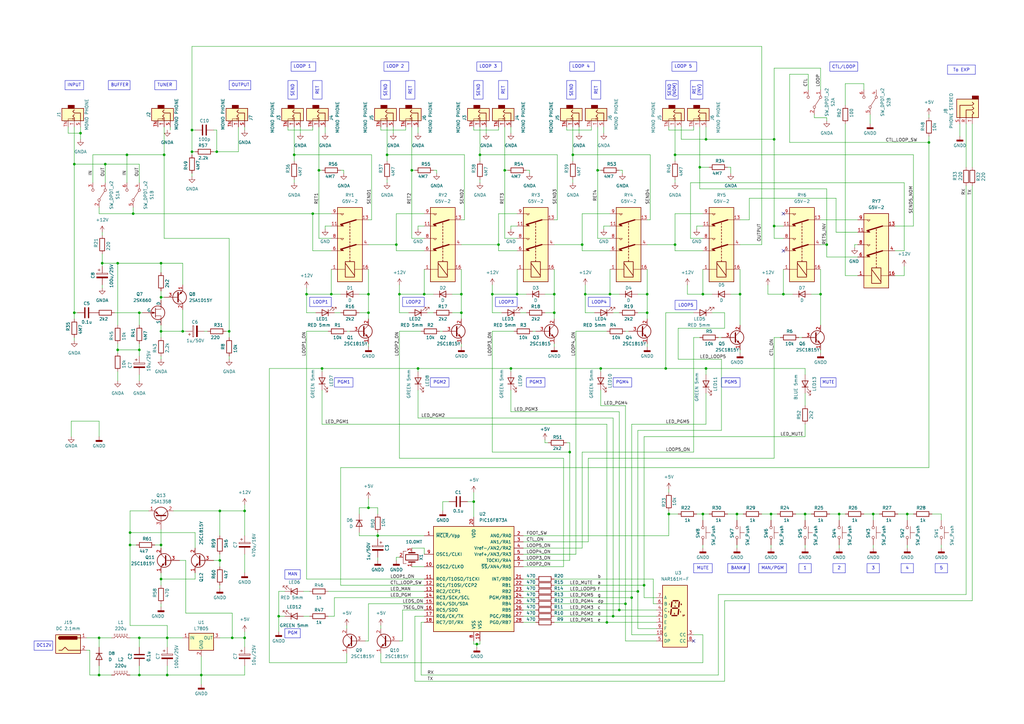
<source format=kicad_sch>
(kicad_sch (version 20250114) (generator "eeschema") (generator_version "9.0")
  (paper "A3")
  (title_block (title "Noa's Ark PTBS-1 Programmable True Bypass Switcher") (date "2025-02-22") (company "Drawn by JJ1LFO@jarl.com"))
  (lib_symbols
    (symbol "Connector:Jack-DC" (pin_names (offset 1.016))
      (property "Reference" "J" (at 0 5.334 0))
      (property "Value" "Jack-DC" (at 0 -5.08 0))
      (symbol "Jack-DC_1_1"
        (pin passive line (at 7.62 2.54 180) (length 2.54) (name "~") (number "1"))
        (pin passive line (at 7.62 -2.54 180) (length 2.54) (name "~") (number "2"))
      )
    )
    (symbol "Connector_Audio:AudioJack2_SwitchT"
      (property "Reference" "J" (at 0 8.89 0))
      (property "Value" "AudioJack2_SwitchT" (at 0 6.35 0))
      (symbol "AudioJack2_SwitchT_1_1"
        (pin passive line (at 5.08 2.54 180) (length 2.54) (name "~") (number "S"))
        (pin passive line (at 5.08 0 180) (length 2.54) (name "~") (number "T"))
        (pin passive line (at 5.08 -2.54 180) (length 2.54) (name "~") (number "TN"))
      )
    )
    (symbol "Connector_Audio:AudioJack3"
      (property "Reference" "J" (at 0 8.89 0))
      (property "Value" "AudioJack3" (at 0 6.35 0))
      (symbol "AudioJack3_1_1"
        (pin passive line (at 5.08 2.54 180) (length 2.54) (name "~") (number "S"))
        (pin passive line (at 5.08 0 180) (length 2.54) (name "~") (number "R"))
        (pin passive line (at 5.08 -2.54 180) (length 2.54) (name "~") (number "T"))
      )
    )
    (symbol "Device:C" (pin_numbers (hide yes)) (pin_names (offset 0.254))
      (property "Reference" "C" (at 0.635 2.54 0))
      (property "Value" "C" (at 0.635 -2.54 0))
      (symbol "C_1_1"
        (pin passive line (at 0 3.81 270) (length 2.794) (name "~") (number "1"))
        (pin passive line (at 0 -3.81 90) (length 2.794) (name "~") (number "2"))
      )
    )
    (symbol "Device:C_Polarized" (pin_numbers (hide yes)) (pin_names (offset 0.254))
      (property "Reference" "C" (at 0.635 2.54 0))
      (property "Value" "C_Polarized" (at 0.635 -2.54 0))
      (symbol "C_Polarized_1_1"
        (pin passive line (at 0 3.81 270) (length 2.794) (name "~") (number "1"))
        (pin passive line (at 0 -3.81 90) (length 2.794) (name "~") (number "2"))
      )
    )
    (symbol "Device:Crystal_GND2" (pin_names (offset 1.016) (hide yes))
      (property "Reference" "Y" (at 0 5.715 0))
      (property "Value" "Crystal_GND2" (at 0 3.81 0))
      (symbol "Crystal_GND2_1_1"
        (pin passive line (at -3.81 0 0) (length 1.27) (name "1") (number "1"))
        (pin passive line (at 0 -5.08 90) (length 1.27) (name "2") (number "2"))
        (pin passive line (at 3.81 0 180) (length 1.27) (name "3") (number "3"))
      )
    )
    (symbol "Device:D" (pin_numbers (hide yes)) (pin_names (offset 1.016) (hide yes))
      (property "Reference" "D" (at 0 2.54 0))
      (property "Value" "D" (at 0 -2.54 0))
      (symbol "D_1_1"
        (pin passive line (at -3.81 0 0) (length 2.54) (name "K") (number "1"))
        (pin passive line (at 3.81 0 180) (length 2.54) (name "A") (number "2"))
      )
    )
    (symbol "Device:LED" (pin_numbers (hide yes)) (pin_names (offset 1.016) (hide yes))
      (property "Reference" "D" (at 0 2.54 0))
      (property "Value" "LED" (at 0 -2.54 0))
      (symbol "LED_1_1"
        (pin passive line (at -3.81 0 0) (length 2.54) (name "K") (number "1"))
        (pin passive line (at 3.81 0 180) (length 2.54) (name "A") (number "2"))
      )
    )
    (symbol "Device:L_Ferrite" (pin_numbers (hide yes)) (pin_names (offset 1.016) (hide yes))
      (property "Reference" "L" (at -1.27 0 90))
      (property "Value" "L_Ferrite" (at 2.794 0 90))
      (symbol "L_Ferrite_1_1"
        (pin passive line (at 0 3.81 270) (length 1.27) (name "1") (number "1"))
        (pin passive line (at 0 -3.81 90) (length 1.27) (name "2") (number "2"))
      )
    )
    (symbol "Device:R" (pin_numbers (hide yes)) (pin_names (offset 0))
      (property "Reference" "R" (at 2.032 0 90))
      (property "Value" "R" (at 0 0 90))
      (symbol "R_1_1"
        (pin passive line (at 0 3.81 270) (length 1.27) (name "~") (number "1"))
        (pin passive line (at 0 -3.81 90) (length 1.27) (name "~") (number "2"))
      )
    )
    (symbol "Display_Character:SM420561N"
      (property "Reference" "U" (at -2.54 13.97 0))
      (property "Value" "SM420561N" (at 1.27 13.97 0))
      (symbol "SM420561N_0_0"
        (text "E" (at -2.54 1.778 0) (effects (font (size 0.508 0.508))))
        (text "F" (at -2.286 4.826 0) (effects (font (size 0.508 0.508))))
        (text "D" (at -0.254 1.016 0) (effects (font (size 0.508 0.508))))
        (text "G" (at 0 4.064 0) (effects (font (size 0.508 0.508))))
        (text "A" (at 0.254 5.588 0) (effects (font (size 0.508 0.508))))
        (text "C" (at 2.286 1.778 0) (effects (font (size 0.508 0.508))))
        (text "B" (at 2.54 4.826 0) (effects (font (size 0.508 0.508))))
        (text "DP" (at 3.556 0.254 0) (effects (font (size 0.508 0.508))))
      )
      (symbol "SM420561N_1_1"
        (pin input line (at -7.62 7.62 0) (length 2.54) (name "A") (number "7"))
        (pin input line (at -7.62 5.08 0) (length 2.54) (name "B") (number "6"))
        (pin input line (at -7.62 2.54 0) (length 2.54) (name "C") (number "4"))
        (pin input line (at -7.62 0 0) (length 2.54) (name "D") (number "2"))
        (pin input line (at -7.62 -2.54 0) (length 2.54) (name "E") (number "1"))
        (pin input line (at -7.62 -5.08 0) (length 2.54) (name "F") (number "9"))
        (pin input line (at -7.62 -7.62 0) (length 2.54) (name "G") (number "10"))
        (pin input line (at -7.62 -10.16 0) (length 2.54) (name "DP") (number "5"))
        (pin input line (at 7.62 -7.62 180) (length 2.54) (name "CC") (number "3"))
        (pin input line (at 7.62 -10.16 180) (length 2.54) (name "CC") (number "8"))
      )
    )
    (symbol "MCU_Microchip_PIC16:PIC16F873-XXISP" (pin_names (offset 1.016))
      (property "Reference" "U" (at 2.54 25.4 0))
      (property "Value" "PIC16F873-XXISP" (at 2.54 22.86 0))
      (symbol "PIC16F873-XXISP_1_1"
        (pin input line (at -20.32 17.78 0) (length 3.81) (name "~{MCLR}/Vpp") (number "1"))
        (pin input line (at -20.32 10.16 0) (length 3.81) (name "OSC1/CLKI") (number "9"))
        (pin output line (at -20.32 5.08 0) (length 3.81) (name "OSC2/CLKO") (number "10"))
        (pin bidirectional line (at -20.32 0 0) (length 3.81) (name "RC0/T1OSO/T1CKI") (number "11"))
        (pin bidirectional line (at -20.32 -2.54 0) (length 3.81) (name "RC1/T1OSI/CCP2") (number "12"))
        (pin bidirectional line (at -20.32 -5.08 0) (length 3.81) (name "RC2/CCP1") (number "13"))
        (pin bidirectional line (at -20.32 -7.62 0) (length 3.81) (name "RC3/SCK/SCL") (number "14"))
        (pin bidirectional line (at -20.32 -10.16 0) (length 3.81) (name "RC4/SDI/SDA") (number "15"))
        (pin bidirectional line (at -20.32 -12.7 0) (length 3.81) (name "RC5/SDO") (number "16"))
        (pin bidirectional line (at -20.32 -15.24 0) (length 3.81) (name "RC6/CK/TX") (number "17"))
        (pin bidirectional line (at -20.32 -17.78 0) (length 3.81) (name "RC7/DT/RX") (number "18"))
        (pin power_in line (at 0 25.4 270) (length 3.81) (name "VDD") (number "20"))
        (pin power_in line (at 0 -25.4 90) (length 3.81) (name "VSS") (number "8"))
        (pin power_in line (at 2.54 -25.4 90) (length 3.81) (name "VSS") (number "19"))
        (pin bidirectional line (at 20.32 17.78 180) (length 3.81) (name "AN0/RA0") (number "2"))
        (pin bidirectional line (at 20.32 15.24 180) (length 3.81) (name "AN1/RA1") (number "3"))
        (pin bidirectional line (at 20.32 12.7 180) (length 3.81) (name "Vref-/AN2/RA2") (number "4"))
        (pin bidirectional line (at 20.32 10.16 180) (length 3.81) (name "Vref+/AN3/RA3") (number "5"))
        (pin bidirectional line (at 20.32 7.62 180) (length 3.81) (name "T0CKI/RA4") (number "6"))
        (pin bidirectional line (at 20.32 5.08 180) (length 3.81) (name "~{SS}/AN4/RA5") (number "7"))
        (pin bidirectional line (at 20.32 0 180) (length 3.81) (name "INT/RB0") (number "21"))
        (pin bidirectional line (at 20.32 -2.54 180) (length 3.81) (name "RB1") (number "22"))
        (pin bidirectional line (at 20.32 -5.08 180) (length 3.81) (name "RB2") (number "23"))
        (pin bidirectional line (at 20.32 -7.62 180) (length 3.81) (name "PGM/RB3") (number "24"))
        (pin bidirectional line (at 20.32 -10.16 180) (length 3.81) (name "RB4") (number "25"))
        (pin bidirectional line (at 20.32 -12.7 180) (length 3.81) (name "RB5") (number "26"))
        (pin bidirectional line (at 20.32 -15.24 180) (length 3.81) (name "PGC/RB6") (number "27"))
        (pin bidirectional line (at 20.32 -17.78 180) (length 3.81) (name "PGD/RB7") (number "28"))
      )
    )
    (symbol "Regulator_Linear:L7805" (pin_names (offset 0.254))
      (property "Reference" "U" (at -3.81 3.175 0))
      (property "Value" "L7805" (at 0 3.175 0))
      (symbol "L7805_1_1"
        (pin power_in line (at -7.62 0 0) (length 2.54) (name "IN") (number "1"))
        (pin power_in line (at 0 -7.62 90) (length 2.54) (name "GND") (number "2"))
        (pin power_out line (at 7.62 0 180) (length 2.54) (name "OUT") (number "3"))
      )
    )
    (symbol "Relay:G5V-2"
      (property "Reference" "K" (at 16.51 3.81 0))
      (property "Value" "G5V-2" (at 16.51 1.27 0))
      (symbol "G5V-2_1_1"
        (pin passive line (at -10.16 7.62 270) (length 2.54) (name "~") (number "1"))
        (pin passive line (at -10.16 -7.62 90) (length 2.54) (name "~") (number "16"))
        (pin passive line (at -2.54 7.62 270) (length 2.54) (name "~") (number "6"))
        (pin passive line (at 0 -7.62 90) (length 2.54) (name "~") (number "4"))
        (pin passive line (at 2.54 7.62 270) (length 2.54) (name "~") (number "8"))
        (pin passive line (at 7.62 7.62 270) (length 2.54) (name "~") (number "11"))
        (pin passive line (at 10.16 -7.62 90) (length 2.54) (name "~") (number "13"))
        (pin passive line (at 12.7 7.62 270) (length 2.54) (name "~") (number "9"))
      )
    )
    (symbol "Simulation_SPICE:NJFET" (pin_numbers (hide yes)) (pin_names (offset 0))
      (property "Reference" "Q" (at 5.08 1.27 0))
      (property "Value" "NJFET" (at 5.08 -1.27 0))
      (symbol "NJFET_1_1"
        (pin input line (at -5.08 0 0) (length 5.334) (name "G") (number "2"))
        (pin passive line (at 2.54 5.08 270) (length 2.54) (name "D") (number "1"))
        (pin passive line (at 2.54 -5.08 90) (length 2.54) (name "S") (number "3"))
      )
    )
    (symbol "Switch:SW_DPDT_x2" (pin_names (offset 0) (hide yes))
      (property "Reference" "SW" (at 0 4.318 0))
      (property "Value" "SW_DPDT_x2" (at 0 -5.08 0))
      (symbol "SW_DPDT_x2_1_1"
        (pin passive line (at -5.08 0 0) (length 2.54) (name "B") (number "2"))
        (pin passive line (at 5.08 2.54 180) (length 2.54) (name "A") (number "1"))
        (pin passive line (at 5.08 -2.54 180) (length 2.54) (name "C") (number "3"))
      )
      (symbol "SW_DPDT_x2_2_1"
        (pin passive line (at -5.08 0 0) (length 2.54) (name "B") (number "5"))
        (pin passive line (at 5.08 2.54 180) (length 2.54) (name "A") (number "4"))
        (pin passive line (at 5.08 -2.54 180) (length 2.54) (name "C") (number "6"))
      )
    )
    (symbol "Switch:SW_Push" (pin_numbers (hide yes)) (pin_names (offset 1.016) (hide yes))
      (property "Reference" "SW" (at 1.27 2.54 0))
      (property "Value" "SW_Push" (at 0 -1.524 0))
      (symbol "SW_Push_0_1"
        (pin passive line (at -5.08 0 0) (length 2.54) (name "1") (number "1"))
        (pin passive line (at 5.08 0 180) (length 2.54) (name "2") (number "2"))
      )
    )
    (symbol "Transistor_BJT:2SA1015" (pin_names (offset 0) (hide yes))
      (property "Reference" "Q" (at 5.08 1.905 0))
      (property "Value" "2SA1015" (at 5.08 0 0))
      (symbol "2SA1015_1_1"
        (pin input line (at -5.08 0 0) (length 5.08) (name "B") (number "3"))
        (pin passive line (at 2.54 5.08 270) (length 2.54) (name "C") (number "2"))
        (pin passive line (at 2.54 -5.08 90) (length 2.54) (name "E") (number "1"))
      )
    )
    (symbol "Transistor_BJT:2SC1815" (pin_names (offset 0) (hide yes))
      (property "Reference" "Q" (at 5.08 1.905 0))
      (property "Value" "2SC1815" (at 5.08 0 0))
      (symbol "2SC1815_1_1"
        (pin input line (at -5.08 0 0) (length 5.08) (name "B") (number "3"))
        (pin passive line (at 2.54 5.08 270) (length 2.54) (name "C") (number "2"))
        (pin passive line (at 2.54 -5.08 90) (length 2.54) (name "E") (number "1"))
      )
    )
    (symbol "power:+12V" (power) (pin_names (offset 0))
      (property "Value" "+12V" (at 0 3.556 0))
      (symbol "+12V_1_1"
        (pin power_in line (at 0 0 90) (length 0) (hide yes) (name "+12V") (number "1"))
      )
    )
    (symbol "power:+5V" (power) (pin_names (offset 0))
      (property "Value" "+5V" (at 0 3.556 0))
      (symbol "+5V_1_1"
        (pin power_in line (at 0 0 90) (length 0) (hide yes) (name "+5V") (number "1"))
      )
    )
    (symbol "power:GND" (power) (pin_names (offset 0))
      (property "Value" "GND" (at 0 -3.81 0))
      (symbol "GND_1_1"
        (pin power_in line (at 0 0 270) (length 0) (hide yes) (name "GND") (number "1"))
      )
    )
    (symbol "power:GNDA" (power) (pin_names (offset 0))
      (property "Value" "GNDA" (at 0 -3.81 0))
      (symbol "GNDA_1_1"
        (pin power_in line (at 0 0 270) (length 0) (hide yes) (name "GNDA") (number "1"))
      )
    )
    (symbol "power:GNDD" (power) (pin_names (offset 0))
      (property "Value" "GNDD" (at 0 -3.175 0))
      (symbol "GNDD_1_1"
        (pin power_in line (at 0 0 270) (length 0) (hide yes) (name "GNDD") (number "1"))
      )
    )
  )
  (text_box "BUFFER" (at 44.45 33.02 0) (size 8.89 3.81) (margins 0.9525 0.9525 0.9525 0.9525) (effects (font (size 1.27 1.27)) (justify left top)))
  (text_box "LOOP 2" (at 157.48 25.4 0) (size 10.16 3.81) (margins 0.9525 0.9525 0.9525 0.9525) (effects (font (size 1.27 1.27)) (justify left top)))
  (text_box "INPUT" (at 26.67 33.02 0) (size 7.62 3.81) (margins 0.9525 0.9525 0.9525 0.9525) (effects (font (size 1.27 1.27)) (justify left top)))
  (text_box "To EXP" (at 388.62 26.67 0) (size 11.43 3.81) (margins 0.9525 0.9525 0.9525 0.9525) (effects (font (size 1.27 1.27))))
  (text_box "PGM" (at 116.84 257.81 0) (size 6.35 3.81) (margins 0.9525 0.9525 0.9525 0.9525) (effects (font (size 1.27 1.27)) (justify top)))
  (text_box "5" (at 383.54 231.14 0) (size 5.08 3.81) (margins 0.9525 0.9525 0.9525 0.9525) (effects (font (size 1.27 1.27)) (justify top)))
  (text_box "LOOP 4" (at 233.68 25.4 0) (size 10.16 3.81) (margins 0.9525 0.9525 0.9525 0.9525) (effects (font (size 1.27 1.27)) (justify left top)))
  (text_box "SEND" (at 156.21 33.02 90) (size 3.81 7.62) (margins 0.9525 0.9525 0.9525 0.9525) (effects (font (size 1.27 1.27))))
  (text_box "MAN" (at 116.84 233.68 0) (size 6.35 3.81) (margins 0.9525 0.9525 0.9525 0.9525) (effects (font (size 1.27 1.27)) (justify top)))
  (text_box "LOOP2" (at 165.1 121.92 0) (size 8.89 3.81) (margins 0.9525 0.9525 0.9525 0.9525) (effects (font (size 1.27 1.27))))
  (text_box "RET\n(INV)" (at 283.21 33.02 90) (size 5.08 7.62) (margins 0.9525 0.9525 0.9525 0.9525) (effects (font (size 1.27 1.27))))
  (text_box "LOOP 5" (at 275.59 25.4 0) (size 10.16 3.81) (margins 0.9525 0.9525 0.9525 0.9525) (effects (font (size 1.27 1.27)) (justify left top)))
  (text_box "RET" (at 166.37 33.02 90) (size 3.81 7.62) (margins 0.9525 0.9525 0.9525 0.9525) (effects (font (size 1.27 1.27))))
  (text_box "LOOP1" (at 127 121.92 0) (size 8.89 3.81) (margins 0.9525 0.9525 0.9525 0.9525) (effects (font (size 1.27 1.27))))
  (text_box "DC12V" (at 13.97 262.89 0) (size 7.62 3.81) (margins 0.9525 0.9525 0.9525 0.9525) (effects (font (size 1.27 1.27)) (justify left top)))
  (text_box "1" (at 327.66 231.14 0) (size 5.08 3.81) (margins 0.9525 0.9525 0.9525 0.9525) (effects (font (size 1.27 1.27)) (justify top)))
  (text_box "PGM3" (at 215.9 154.94 0) (size 7.62 3.81) (margins 0.9525 0.9525 0.9525 0.9525) (effects (font (size 1.27 1.27)) (justify top)))
  (text_box "SEND" (at 194.31 33.02 90) (size 3.81 7.62) (margins 0.9525 0.9525 0.9525 0.9525) (effects (font (size 1.27 1.27))))
  (text_box "2" (at 341.63 231.14 0) (size 5.08 3.81) (margins 0.9525 0.9525 0.9525 0.9525) (effects (font (size 1.27 1.27)) (justify top)))
  (text_box "RET" (at 242.57 33.02 90) (size 3.81 7.62) (margins 0.9525 0.9525 0.9525 0.9525) (effects (font (size 1.27 1.27))))
  (text_box "LOOP5" (at 276.86 123.19 0) (size 8.89 3.81) (margins 0.9525 0.9525 0.9525 0.9525) (effects (font (size 1.27 1.27))))
  (text_box "LOOP 1" (at 119.38 25.4 0) (size 10.16 3.81) (margins 0.9525 0.9525 0.9525 0.9525) (effects (font (size 1.27 1.27)) (justify left top)))
  (text_box "SEND" (at 232.41 33.02 90) (size 3.81 7.62) (margins 0.9525 0.9525 0.9525 0.9525) (effects (font (size 1.27 1.27))))
  (text_box "3" (at 355.6 231.14 0) (size 5.08 3.81) (margins 0.9525 0.9525 0.9525 0.9525) (effects (font (size 1.27 1.27)) (justify top)))
  (text_box "TUNER" (at 63.5 33.02 0) (size 8.89 3.81) (margins 0.9525 0.9525 0.9525 0.9525) (effects (font (size 1.27 1.27)) (justify left top)))
  (text_box "PGM5" (at 295.91 154.94 0) (size 7.62 3.81) (margins 0.9525 0.9525 0.9525 0.9525) (effects (font (size 1.27 1.27)) (justify top)))
  (text_box "SEND\n(NOM)" (at 273.05 33.02 90) (size 5.08 7.62) (margins 0.9525 0.9525 0.9525 0.9525) (effects (font (size 1.27 1.27))))
  (text_box "SEND" (at 118.11 33.02 90) (size 3.81 7.62) (margins 0.9525 0.9525 0.9525 0.9525) (effects (font (size 1.27 1.27))))
  (text_box "LOOP 3" (at 195.58 25.4 0) (size 10.16 3.81) (margins 0.9525 0.9525 0.9525 0.9525) (effects (font (size 1.27 1.27)) (justify left top)))
  (text_box "LOOP4" (at 241.3 121.92 0) (size 8.89 3.81) (margins 0.9525 0.9525 0.9525 0.9525) (effects (font (size 1.27 1.27))))
  (text_box "PGM2" (at 176.53 154.94 0) (size 7.62 3.81) (margins 0.9525 0.9525 0.9525 0.9525) (effects (font (size 1.27 1.27)) (justify top)))
  (text_box "CTL/LOOP" (at 340.36 25.4 0) (size 11.43 3.81) (margins 0.9525 0.9525 0.9525 0.9525) (effects (font (size 1.27 1.27))))
  (text_box "MAN/PGM" (at 311.15 231.14 0) (size 11.43 3.81) (margins 0.9525 0.9525 0.9525 0.9525) (effects (font (size 1.27 1.27)) (justify top)))
  (text_box "OUTPUT" (at 93.98 33.02 0) (size 8.89 3.81) (margins 0.9525 0.9525 0.9525 0.9525) (effects (font (size 1.27 1.27)) (justify left top)))
  (text_box "LOOP3" (at 203.2 121.92 0) (size 8.89 3.81) (margins 0.9525 0.9525 0.9525 0.9525) (effects (font (size 1.27 1.27))))
  (text_box "RET" (at 204.47 33.02 90) (size 3.81 7.62) (margins 0.9525 0.9525 0.9525 0.9525) (effects (font (size 1.27 1.27))))
  (text_box "RET" (at 128.27 33.02 90) (size 3.81 7.62) (margins 0.9525 0.9525 0.9525 0.9525) (effects (font (size 1.27 1.27))))
  (text_box "MUTE" (at 284.48 231.14 0) (size 7.62 3.81) (margins 0.9525 0.9525 0.9525 0.9525) (effects (font (size 1.27 1.27)) (justify top)))
  (text_box "4" (at 369.57 231.14 0) (size 5.08 3.81) (margins 0.9525 0.9525 0.9525 0.9525) (effects (font (size 1.27 1.27)) (justify top)))
  (text_box "PGM1" (at 137.16 154.94 0) (size 7.62 3.81) (margins 0.9525 0.9525 0.9525 0.9525) (effects (font (size 1.27 1.27)) (justify top)))
  (text_box "BANK#" (at 298.45 231.14 0) (size 8.89 3.81) (margins 0.9525 0.9525 0.9525 0.9525) (effects (font (size 1.27 1.27)) (justify top)))
  (text_box "PGM4" (at 251.46 154.94 0) (size 7.62 3.81) (margins 0.9525 0.9525 0.9525 0.9525) (effects (font (size 1.27 1.27)) (justify top)))
  (text_box "MUTE" (at 336.55 154.94 0) (size 6.35 3.81) (margins 0.9525 0.9525 0.9525 0.9525) (effects (font (size 1.27 1.27)) (justify top)))
  (junction (at 43.18 67.31))
  (junction (at 201.93 120.65))
  (junction (at 261.62 242.57))
  (junction (at 48.26 107.95))
  (junction (at 289.56 57.15))
  (junction (at 240.03 120.65))
  (junction (at 168.91 69.85))
  (junction (at 90.17 229.87))
  (junction (at 344.17 210.82))
  (junction (at 189.23 120.65))
  (junction (at 57.15 276.86))
  (junction (at 57.15 143.51))
  (junction (at 173.99 120.65))
  (junction (at 40.64 261.62))
  (junction (at 53.34 223.52))
  (junction (at 196.85 63.5))
  (junction (at 381 58.42))
  (junction (at 194.31 205.74))
  (junction (at 93.98 135.89))
  (junction (at 68.58 261.62))
  (junction (at 52.07 63.5))
  (junction (at 30.48 67.31))
  (junction (at 57.15 261.62))
  (junction (at 88.9 62.23))
  (junction (at 53.34 218.44))
  (junction (at 30.48 128.27))
  (junction (at 264.16 240.03))
  (junction (at 288.29 120.65))
  (junction (at 66.04 121.92))
  (junction (at 246.38 151.13))
  (junction (at 100.33 261.62))
  (junction (at 158.75 63.5))
  (junction (at 163.83 120.65))
  (junction (at 57.15 128.27))
  (junction (at 78.74 62.23))
  (junction (at 276.86 63.5))
  (junction (at 251.46 252.73))
  (junction (at 227.33 128.27))
  (junction (at 233.68 185.42))
  (junction (at 74.93 135.89))
  (junction (at 250.19 120.65))
  (junction (at 120.65 63.5))
  (junction (at 40.64 276.86))
  (junction (at 48.26 143.51))
  (junction (at 330.2 210.82))
  (junction (at 248.92 255.27))
  (junction (at 78.74 53.34))
  (junction (at 125.73 120.65))
  (junction (at 82.55 276.86))
  (junction (at 151.13 120.65))
  (junction (at 316.23 210.82))
  (junction (at 372.11 210.82))
  (junction (at 254 250.19))
  (junction (at 132.08 151.13))
  (junction (at 66.04 135.89))
  (junction (at 265.43 128.27))
  (junction (at 336.55 120.65))
  (junction (at 234.95 63.5))
  (junction (at 151.13 128.27))
  (junction (at 276.86 100.33))
  (junction (at 68.58 276.86))
  (junction (at 317.5 57.15))
  (junction (at 100.33 209.55))
  (junction (at 287.02 68.58))
  (junction (at 265.43 120.65))
  (junction (at 33.02 54.61))
  (junction (at 189.23 128.27))
  (junction (at 256.54 247.65))
  (junction (at 66.04 223.52))
  (junction (at 207.01 69.85))
  (junction (at 358.14 210.82))
  (junction (at 195.58 264.16))
  (junction (at 245.11 69.85))
  (junction (at 227.33 120.65))
  (junction (at 171.45 151.13))
  (junction (at 288.29 210.82))
  (junction (at 238.76 100.33))
  (junction (at 114.3 252.73))
  (junction (at 67.31 63.5))
  (junction (at 303.53 120.65))
  (junction (at 66.04 107.95))
  (junction (at 66.04 237.49))
  (junction (at 162.56 100.33))
  (junction (at 321.31 120.65))
  (junction (at 135.89 120.65))
  (junction (at 128.27 87.63))
  (junction (at 54.61 87.63))
  (junction (at 317.5 92.71))
  (junction (at 259.08 245.11))
  (junction (at 95.25 261.62))
  (junction (at 212.09 120.65))
  (junction (at 273.05 151.13))
  (junction (at 90.17 209.55))
  (junction (at 130.81 69.85))
  (junction (at 274.32 210.82))
  (junction (at 154.94 219.71))
  (junction (at 289.56 151.13))
  (junction (at 339.09 100.33))
  (junction (at 204.47 100.33))
  (junction (at 41.91 107.95))
  (junction (at 151.13 208.28))
  (junction (at 302.26 210.82))
  (junction (at 209.55 151.13))
  (no_connect (at 321.31 102.87))
  (no_connect (at 284.48 262.89))
  (no_connect (at 321.31 87.63))
  (wire (pts (xy 66.04 237.49) (xy 66.04 240.03)))
  (wire (pts (xy 317.5 97.79) (xy 321.31 97.79)))
  (wire (pts (xy 147.32 219.71) (xy 154.94 219.71)))
  (wire (pts (xy 132.08 173.99) (xy 248.92 173.99)))
  (wire (pts (xy 78.74 62.23) (xy 78.74 63.5)))
  (wire (pts (xy 303.53 120.65) (xy 303.53 133.35)))
  (wire (pts (xy 259.08 245.11) (xy 259.08 260.35)))
  (wire (pts (xy 163.83 116.84) (xy 163.83 120.65)))
  (wire (pts (xy 162.56 87.63) (xy 162.56 100.33)))
  (wire (pts (xy 48.26 152.4) (xy 48.26 156.21)))
  (wire (pts (xy 171.45 92.71) (xy 171.45 93.98)))
  (wire (pts (xy 82.55 269.24) (xy 82.55 276.86)))
  (wire (pts (xy 312.42 100.33) (xy 303.53 100.33)))
  (wire (pts (xy 135.89 110.49) (xy 135.89 120.65)))
  (wire (pts (xy 351.79 90.17) (xy 336.55 90.17)))
  (wire (pts (xy 288.29 120.65) (xy 292.1 120.65)))
  (wire (pts (xy 201.93 135.89) (xy 201.93 185.42)))
  (wire (pts (xy 90.17 241.3) (xy 90.17 240.03)))
  (wire (pts (xy 265.43 110.49) (xy 265.43 120.65)))
  (wire (pts (xy 284.48 185.42) (xy 238.76 185.42)))
  (wire (pts (xy 276.86 102.87) (xy 276.86 100.33)))
  (wire (pts (xy 298.45 68.58) (xy 299.72 68.58)))
  (wire (pts (xy 30.48 128.27) (xy 30.48 130.81)))
  (wire (pts (xy 154.94 218.44) (xy 154.94 219.71)))
  (wire (pts (xy 74.93 107.95) (xy 74.93 116.84)))
  (wire (pts (xy 250.19 120.65) (xy 254 120.65)))
  (wire (pts (xy 241.3 222.25) (xy 241.3 187.96)))
  (wire (pts (xy 181.61 205.74) (xy 181.61 209.55)))
  (wire (pts (xy 100.33 209.55) (xy 100.33 219.71)))
  (wire (pts (xy 156.21 267.97) (xy 156.21 271.78)))
  (wire (pts (xy 48.26 143.51) (xy 48.26 144.78)))
  (wire (pts (xy 374.65 92.71) (xy 367.03 92.71)))
  (wire (pts (xy 285.75 92.71) (xy 285.75 93.98)))
  (wire (pts (xy 256.54 166.37) (xy 256.54 247.65)))
  (wire (pts (xy 250.19 92.71) (xy 247.65 92.71)))
  (wire (pts (xy 152.4 90.17) (xy 151.13 90.17)))
  (wire (pts (xy 264.16 179.07) (xy 264.16 240.03)))
  (wire (pts (xy 302.26 210.82) (xy 304.8 210.82)))
  (wire (pts (xy 276.86 87.63) (xy 276.86 100.33)))
  (wire (pts (xy 173.99 110.49) (xy 173.99 120.65)))
  (wire (pts (xy 204.47 53.34) (xy 204.47 52.07)))
  (wire (pts (xy 276.86 52.07) (xy 276.86 63.5)))
  (wire (pts (xy 246.38 151.13) (xy 246.38 152.4)))
  (wire (pts (xy 240.03 116.84) (xy 240.03 120.65)))
  (wire (pts (xy 43.18 67.31) (xy 43.18 74.93)))
  (wire (pts (xy 43.18 67.31) (xy 57.15 67.31)))
  (wire (pts (xy 334.01 48.26) (xy 334.01 46.99)))
  (wire (pts (xy 163.83 120.65) (xy 173.99 120.65)))
  (wire (pts (xy 100.33 259.08) (xy 100.33 261.62)))
  (wire (pts (xy 266.7 90.17) (xy 266.7 63.5)))
  (wire (pts (xy 283.21 97.79) (xy 288.29 97.79)))
  (wire (pts (xy 190.5 90.17) (xy 190.5 63.5)))
  (wire (pts (xy 231.14 187.96) (xy 163.83 187.96)))
  (wire (pts (xy 265.43 100.33) (xy 276.86 100.33)))
  (wire (pts (xy 316.23 213.36) (xy 316.23 210.82)))
  (wire (pts (xy 168.91 52.07) (xy 168.91 69.85)))
  (wire (pts (xy 40.64 261.62) (xy 40.64 265.43)))
  (wire (pts (xy 276.86 87.63) (xy 288.29 87.63)))
  (wire (pts (xy 162.56 87.63) (xy 173.99 87.63)))
  (wire (pts (xy 344.17 210.82) (xy 340.36 210.82)))
  (wire (pts (xy 118.11 52.07) (xy 118.11 53.34)))
  (wire (pts (xy 214.63 232.41) (xy 231.14 232.41)))
  (wire (pts (xy 154.94 228.6) (xy 154.94 229.87)))
  (wire (pts (xy 40.64 273.05) (xy 40.64 276.86)))
  (wire (pts (xy 299.72 68.58) (xy 299.72 71.12)))
  (wire (pts (xy 48.26 107.95) (xy 66.04 107.95)))
  (wire (pts (xy 254 128.27) (xy 251.46 128.27)))
  (wire (pts (xy 139.7 191.77) (xy 139.7 240.03)))
  (wire (pts (xy 233.68 181.61) (xy 232.41 181.61)))
  (wire (pts (xy 80.01 237.49) (xy 80.01 234.95)))
  (wire (pts (xy 236.22 135.89) (xy 248.92 135.89)))
  (wire (pts (xy 120.65 63.5) (xy 152.4 63.5)))
  (wire (pts (xy 274.32 53.34) (xy 284.48 53.34)))
  (wire (pts (xy 173.99 102.87) (xy 162.56 102.87)))
  (wire (pts (xy 90.17 229.87) (xy 90.17 232.41)))
  (wire (pts (xy 214.63 242.57) (xy 219.71 242.57)))
  (wire (pts (xy 127 252.73) (xy 124.46 252.73)))
  (wire (pts (xy 189.23 120.65) (xy 185.42 120.65)))
  (wire (pts (xy 288.29 260.35) (xy 284.48 260.35)))
  (wire (pts (xy 307.34 81.28) (xy 342.9 81.28)))
  (wire (pts (xy 336.55 110.49) (xy 336.55 120.65)))
  (wire (pts (xy 295.91 176.53) (xy 261.62 176.53)))
  (wire (pts (xy 151.13 128.27) (xy 147.32 128.27)))
  (wire (pts (xy 189.23 128.27) (xy 189.23 130.81)))
  (wire (pts (xy 83.82 135.89) (xy 85.09 135.89)))
  (wire (pts (xy 78.74 62.23) (xy 78.74 53.34)))
  (wire (pts (xy 316.23 223.52) (xy 316.23 224.79)))
  (wire (pts (xy 245.11 69.85) (xy 245.11 97.79)))
  (wire (pts (xy 255.27 69.85) (xy 255.27 71.12)))
  (wire (pts (xy 194.31 201.93) (xy 194.31 205.74)))
  (wire (pts (xy 209.55 160.02) (xy 209.55 168.91)))
  (wire (pts (xy 139.7 191.77) (xy 381 191.77)))
  (wire (pts (xy 66.04 107.95) (xy 74.93 107.95)))
  (wire (pts (xy 217.17 69.85) (xy 217.17 71.12)))
  (wire (pts (xy 53.34 261.62) (xy 57.15 261.62)))
  (wire (pts (xy 232.41 53.34) (xy 242.57 53.34)))
  (wire (pts (xy 336.55 120.65) (xy 332.74 120.65)))
  (wire (pts (xy 283.21 97.79) (xy 283.21 74.93)))
  (wire (pts (xy 152.4 63.5) (xy 152.4 90.17)))
  (wire (pts (xy 93.98 146.05) (xy 93.98 147.32)))
  (wire (pts (xy 242.57 53.34) (xy 242.57 52.07)))
  (wire (pts (xy 234.95 63.5) (xy 234.95 66.04)))
  (wire (pts (xy 228.6 63.5) (xy 228.6 90.17)))
  (wire (pts (xy 41.91 95.25) (xy 41.91 96.52)))
  (wire (pts (xy 330.2 179.07) (xy 264.16 179.07)))
  (wire (pts (xy 57.15 74.93) (xy 57.15 67.31)))
  (wire (pts (xy 292.1 128.27) (xy 297.18 128.27)))
  (wire (pts (xy 327.66 138.43) (xy 328.93 138.43)))
  (wire (pts (xy 261.62 242.57) (xy 261.62 257.81)))
  (wire (pts (xy 68.58 256.54) (xy 68.58 261.62)))
  (wire (pts (xy 137.16 252.73) (xy 137.16 245.11)))
  (wire (pts (xy 374.65 63.5) (xy 374.65 92.71)))
  (wire (pts (xy 93.98 135.89) (xy 93.98 138.43)))
  (wire (pts (xy 210.82 135.89) (xy 201.93 135.89)))
  (wire (pts (xy 243.84 128.27) (xy 240.03 128.27)))
  (wire (pts (xy 194.31 53.34) (xy 204.47 53.34)))
  (wire (pts (xy 129.54 128.27) (xy 125.73 128.27)))
  (wire (pts (xy 158.75 73.66) (xy 158.75 74.93)))
  (wire (pts (xy 66.04 133.35) (xy 66.04 135.89)))
  (wire (pts (xy 330.2 151.13) (xy 289.56 151.13)))
  (wire (pts (xy 227.33 128.27) (xy 227.33 130.81)))
  (wire (pts (xy 151.13 140.97) (xy 151.13 142.24)))
  (wire (pts (xy 100.33 273.05) (xy 100.33 276.86)))
  (wire (pts (xy 289.56 57.15) (xy 317.5 57.15)))
  (wire (pts (xy 40.64 87.63) (xy 54.61 87.63)))
  (wire (pts (xy 273.05 151.13) (xy 289.56 151.13)))
  (wire (pts (xy 168.91 224.79) (xy 173.99 224.79)))
  (wire (pts (xy 234.95 52.07) (xy 234.95 63.5)))
  (wire (pts (xy 151.13 120.65) (xy 151.13 128.27)))
  (wire (pts (xy 288.29 213.36) (xy 288.29 210.82)))
  (wire (pts (xy 289.56 151.13) (xy 289.56 153.67)))
  (wire (pts (xy 63.5 223.52) (xy 66.04 223.52)))
  (wire (pts (xy 223.52 180.34) (xy 223.52 181.61)))
  (wire (pts (xy 139.7 240.03) (xy 173.99 240.03)))
  (wire (pts (xy 110.49 151.13) (xy 132.08 151.13)))
  (wire (pts (xy 398.78 76.2) (xy 398.78 246.38)))
  (wire (pts (xy 207.01 69.85) (xy 208.28 69.85)))
  (wire (pts (xy 367.03 113.03) (xy 370.84 113.03)))
  (wire (pts (xy 66.04 248.92) (xy 66.04 247.65)))
  (wire (pts (xy 232.41 52.07) (xy 232.41 53.34)))
  (wire (pts (xy 214.63 255.27) (xy 219.71 255.27)))
  (wire (pts (xy 331.47 30.48) (xy 331.47 36.83)))
  (wire (pts (xy 214.63 229.87) (xy 233.68 229.87)))
  (wire (pts (xy 297.18 279.4) (xy 297.18 246.38)))
  (wire (pts (xy 66.04 121.92) (xy 66.04 123.19)))
  (wire (pts (xy 330.2 173.99) (xy 330.2 179.07)))
  (wire (pts (xy 368.3 210.82) (xy 372.11 210.82)))
  (wire (pts (xy 189.23 140.97) (xy 189.23 142.24)))
  (wire (pts (xy 137.16 245.11) (xy 173.99 245.11)))
  (wire (pts (xy 201.93 120.65) (xy 212.09 120.65)))
  (wire (pts (xy 297.18 128.27) (xy 297.18 134.62)))
  (wire (pts (xy 251.46 171.45) (xy 251.46 252.73)))
  (wire (pts (xy 227.33 247.65) (xy 256.54 247.65)))
  (wire (pts (xy 133.35 52.07) (xy 133.35 54.61)))
  (wire (pts (xy 67.31 121.92) (xy 66.04 121.92)))
  (wire (pts (xy 254 168.91) (xy 254 250.19)))
  (wire (pts (xy 214.63 224.79) (xy 238.76 224.79)))
  (wire (pts (xy 177.8 69.85) (xy 179.07 69.85)))
  (wire (pts (xy 290.83 210.82) (xy 288.29 210.82)))
  (wire (pts (xy 132.08 151.13) (xy 132.08 152.4)))
  (wire (pts (xy 66.04 121.92) (xy 66.04 119.38)))
  (wire (pts (xy 29.21 179.07) (xy 29.21 172.72)))
  (wire (pts (xy 54.61 85.09) (xy 54.61 87.63)))
  (wire (pts (xy 90.17 219.71) (xy 90.17 209.55)))
  (wire (pts (xy 68.58 261.62) (xy 74.93 261.62)))
  (wire (pts (xy 354.33 210.82) (xy 358.14 210.82)))
  (wire (pts (xy 323.85 58.42) (xy 381 58.42)))
  (wire (pts (xy 100.33 207.01) (xy 100.33 209.55)))
  (wire (pts (xy 344.17 223.52) (xy 344.17 224.79)))
  (wire (pts (xy 326.39 210.82) (xy 330.2 210.82)))
  (wire (pts (xy 57.15 261.62) (xy 68.58 261.62)))
  (wire (pts (xy 276.86 63.5) (xy 374.65 63.5)))
  (wire (pts (xy 130.81 69.85) (xy 130.81 97.79)))
  (wire (pts (xy 264.16 245.11) (xy 269.24 245.11)))
  (wire (pts (xy 76.2 251.46) (xy 95.25 251.46)))
  (wire (pts (xy 179.07 69.85) (xy 179.07 71.12)))
  (wire (pts (xy 135.89 120.65) (xy 125.73 120.65)))
  (wire (pts (xy 189.23 110.49) (xy 189.23 120.65)))
  (wire (pts (xy 317.5 187.96) (xy 317.5 138.43)))
  (wire (pts (xy 278.13 134.62) (xy 278.13 147.32)))
  (wire (pts (xy 195.58 264.16) (xy 195.58 265.43)))
  (wire (pts (xy 48.26 140.97) (xy 48.26 143.51)))
  (wire (pts (xy 254 69.85) (xy 255.27 69.85)))
  (wire (pts (xy 346.71 34.29) (xy 346.71 43.18)))
  (wire (pts (xy 74.93 135.89) (xy 66.04 135.89)))
  (wire (pts (xy 78.74 53.34) (xy 80.01 53.34)))
  (wire (pts (xy 307.34 90.17) (xy 307.34 81.28)))
  (wire (pts (xy 128.27 87.63) (xy 54.61 87.63)))
  (wire (pts (xy 381 55.88) (xy 381 58.42)))
  (wire (pts (xy 248.92 173.99) (xy 248.92 255.27)))
  (wire (pts (xy 238.76 102.87) (xy 238.76 100.33)))
  (wire (pts (xy 214.63 219.71) (xy 274.32 219.71)))
  (wire (pts (xy 78.74 19.05) (xy 78.74 53.34)))
  (wire (pts (xy 297.18 246.38) (xy 398.78 246.38)))
  (wire (pts (xy 100.33 227.33) (xy 100.33 234.95)))
  (wire (pts (xy 133.35 92.71) (xy 135.89 92.71)))
  (wire (pts (xy 330.2 223.52) (xy 330.2 224.79)))
  (wire (pts (xy 261.62 257.81) (xy 269.24 257.81)))
  (wire (pts (xy 288.29 92.71) (xy 285.75 92.71)))
  (wire (pts (xy 346.71 34.29) (xy 354.33 34.29)))
  (wire (pts (xy 194.31 264.16) (xy 195.58 264.16)))
  (wire (pts (xy 90.17 227.33) (xy 90.17 229.87)))
  (wire (pts (xy 57.15 146.05) (xy 57.15 143.51)))
  (wire (pts (xy 154.94 219.71) (xy 173.99 219.71)))
  (wire (pts (xy 123.19 52.07) (xy 123.19 54.61)))
  (wire (pts (xy 267.97 247.65) (xy 267.97 237.49)))
  (wire (pts (xy 256.54 135.89) (xy 257.81 135.89)))
  (wire (pts (xy 80.01 62.23) (xy 78.74 62.23)))
  (wire (pts (xy 214.63 227.33) (xy 236.22 227.33)))
  (wire (pts (xy 57.15 273.05) (xy 57.15 276.86)))
  (wire (pts (xy 201.93 116.84) (xy 201.93 120.65)))
  (wire (pts (xy 151.13 204.47) (xy 151.13 208.28)))
  (wire (pts (xy 130.81 52.07) (xy 130.81 69.85)))
  (wire (pts (xy 40.64 172.72) (xy 40.64 179.07)))
  (wire (pts (xy 167.64 128.27) (xy 163.83 128.27)))
  (wire (pts (xy 97.79 52.07) (xy 97.79 62.23)))
  (wire (pts (xy 245.11 69.85) (xy 246.38 69.85)))
  (wire (pts (xy 287.02 138.43) (xy 284.48 138.43)))
  (wire (pts (xy 288.29 110.49) (xy 288.29 120.65)))
  (wire (pts (xy 120.65 52.07) (xy 120.65 63.5)))
  (wire (pts (xy 135.89 102.87) (xy 128.27 102.87)))
  (wire (pts (xy 158.75 63.5) (xy 158.75 66.04)))
  (wire (pts (xy 241.3 187.96) (xy 317.5 187.96)))
  (wire (pts (xy 53.34 218.44) (xy 80.01 218.44)))
  (wire (pts (xy 87.63 53.34) (xy 88.9 53.34)))
  (wire (pts (xy 259.08 173.99) (xy 289.56 173.99)))
  (wire (pts (xy 281.94 116.84) (xy 281.94 120.65)))
  (wire (pts (xy 358.14 210.82) (xy 360.68 210.82)))
  (wire (pts (xy 233.68 185.42) (xy 233.68 229.87)))
  (wire (pts (xy 370.84 109.22) (xy 370.84 113.03)))
  (wire (pts (xy 68.58 273.05) (xy 68.58 276.86)))
  (wire (pts (xy 161.29 52.07) (xy 161.29 54.61)))
  (wire (pts (xy 247.65 52.07) (xy 247.65 54.61)))
  (wire (pts (xy 196.85 52.07) (xy 196.85 63.5)))
  (wire (pts (xy 289.56 52.07) (xy 289.56 57.15)))
  (wire (pts (xy 209.55 151.13) (xy 246.38 151.13)))
  (wire (pts (xy 339.09 100.33) (xy 339.09 105.41)))
  (wire (pts (xy 342.9 81.28) (xy 342.9 95.25)))
  (wire (pts (xy 227.33 128.27) (xy 223.52 128.27)))
  (wire (pts (xy 114.3 242.57) (xy 114.3 252.73)))
  (wire (pts (xy 212.09 120.65) (xy 215.9 120.65)))
  (wire (pts (xy 69.85 52.07) (xy 69.85 53.34)))
  (wire (pts (xy 358.14 223.52) (xy 358.14 224.79)))
  (wire (pts (xy 336.55 120.65) (xy 336.55 133.35)))
  (wire (pts (xy 171.45 160.02) (xy 171.45 171.45)))
  (wire (pts (xy 250.19 110.49) (xy 250.19 120.65)))
  (wire (pts (xy 303.53 110.49) (xy 303.53 120.65)))
  (wire (pts (xy 194.31 262.89) (xy 194.31 264.16)))
  (wire (pts (xy 284.48 128.27) (xy 273.05 128.27)))
  (wire (pts (xy 125.73 135.89) (xy 125.73 237.49)))
  (wire (pts (xy 295.91 147.32) (xy 295.91 176.53)))
  (wire (pts (xy 133.35 92.71) (xy 133.35 93.98)))
  (wire (pts (xy 314.96 116.84) (xy 314.96 120.65)))
  (wire (pts (xy 67.31 52.07) (xy 67.31 63.5)))
  (wire (pts (xy 40.64 276.86) (xy 45.72 276.86)))
  (wire (pts (xy 163.83 228.6) (xy 162.56 228.6)))
  (wire (pts (xy 317.5 138.43) (xy 320.04 138.43)))
  (wire (pts (xy 209.55 92.71) (xy 212.09 92.71)))
  (wire (pts (xy 168.91 69.85) (xy 170.18 69.85)))
  (wire (pts (xy 214.63 252.73) (xy 219.71 252.73)))
  (wire (pts (xy 247.65 92.71) (xy 247.65 93.98)))
  (wire (pts (xy 238.76 87.63) (xy 238.76 100.33)))
  (wire (pts (xy 207.01 69.85) (xy 207.01 97.79)))
  (wire (pts (xy 346.71 50.8) (xy 346.71 113.03)))
  (wire (pts (xy 142.24 135.89) (xy 143.51 135.89)))
  (wire (pts (xy 396.24 50.8) (xy 396.24 68.58)))
  (wire (pts (xy 398.78 50.8) (xy 398.78 68.58)))
  (wire (pts (xy 246.38 166.37) (xy 246.38 160.02)))
  (wire (pts (xy 195.58 264.16) (xy 196.85 264.16)))
  (wire (pts (xy 339.09 77.47) (xy 287.02 77.47)))
  (wire (pts (xy 189.23 128.27) (xy 185.42 128.27)))
  (wire (pts (xy 330.2 213.36) (xy 330.2 210.82)))
  (wire (pts (xy 321.31 110.49) (xy 321.31 120.65)))
  (wire (pts (xy 227.33 242.57) (xy 261.62 242.57)))
  (wire (pts (xy 248.92 255.27) (xy 269.24 255.27)))
  (wire (pts (xy 30.48 139.7) (xy 30.48 138.43)))
  (wire (pts (xy 321.31 120.65) (xy 325.12 120.65)))
  (wire (pts (xy 142.24 271.78) (xy 110.49 271.78)))
  (wire (pts (xy 172.72 255.27) (xy 172.72 276.86)))
  (wire (pts (xy 30.48 67.31) (xy 30.48 128.27)))
  (wire (pts (xy 142.24 267.97) (xy 142.24 271.78)))
  (wire (pts (xy 323.85 30.48) (xy 331.47 30.48)))
  (wire (pts (xy 128.27 87.63) (xy 135.89 87.63)))
  (wire (pts (xy 139.7 69.85) (xy 140.97 69.85)))
  (wire (pts (xy 227.33 120.65) (xy 223.52 120.65)))
  (wire (pts (xy 93.98 97.79) (xy 67.31 97.79)))
  (wire (pts (xy 289.56 161.29) (xy 289.56 173.99)))
  (wire (pts (xy 171.45 171.45) (xy 251.46 171.45)))
  (wire (pts (xy 237.49 52.07) (xy 237.49 54.61)))
  (wire (pts (xy 233.68 181.61) (xy 233.68 185.42)))
  (wire (pts (xy 259.08 260.35) (xy 269.24 260.35)))
  (wire (pts (xy 214.63 247.65) (xy 219.71 247.65)))
  (wire (pts (xy 57.15 276.86) (xy 68.58 276.86)))
  (wire (pts (xy 276.86 63.5) (xy 276.86 66.04)))
  (wire (pts (xy 228.6 90.17) (xy 227.33 90.17)))
  (wire (pts (xy 66.04 224.79) (xy 66.04 223.52)))
  (wire (pts (xy 53.34 223.52) (xy 55.88 223.52)))
  (wire (pts (xy 199.39 52.07) (xy 199.39 54.61)))
  (wire (pts (xy 134.62 252.73) (xy 137.16 252.73)))
  (wire (pts (xy 53.34 209.55) (xy 53.34 218.44)))
  (wire (pts (xy 284.48 138.43) (xy 284.48 185.42)))
  (wire (pts (xy 274.32 209.55) (xy 274.32 210.82)))
  (wire (pts (xy 189.23 100.33) (xy 204.47 100.33)))
  (wire (pts (xy 274.32 210.82) (xy 274.32 219.71)))
  (wire (pts (xy 323.85 58.42) (xy 323.85 30.48)))
  (wire (pts (xy 151.13 120.65) (xy 147.32 120.65)))
  (wire (pts (xy 67.31 97.79) (xy 67.31 63.5)))
  (wire (pts (xy 66.04 237.49) (xy 80.01 237.49)))
  (wire (pts (xy 156.21 271.78) (xy 288.29 271.78)))
  (wire (pts (xy 76.2 229.87) (xy 73.66 229.87)))
  (wire (pts (xy 140.97 69.85) (xy 140.97 71.12)))
  (wire (pts (xy 139.7 128.27) (xy 137.16 128.27)))
  (wire (pts (xy 156.21 256.54) (xy 156.21 257.81)))
  (wire (pts (xy 76.2 229.87) (xy 76.2 251.46)))
  (wire (pts (xy 204.47 100.33) (xy 204.47 102.87)))
  (wire (pts (xy 265.43 128.27) (xy 261.62 128.27)))
  (wire (pts (xy 336.55 143.51) (xy 336.55 144.78)))
  (wire (pts (xy 240.03 120.65) (xy 250.19 120.65)))
  (wire (pts (xy 134.62 135.89) (xy 125.73 135.89)))
  (wire (pts (xy 227.33 252.73) (xy 251.46 252.73)))
  (wire (pts (xy 207.01 97.79) (xy 212.09 97.79)))
  (wire (pts (xy 223.52 181.61) (xy 224.79 181.61)))
  (wire (pts (xy 95.25 261.62) (xy 100.33 261.62)))
  (wire (pts (xy 88.9 62.23) (xy 97.79 62.23)))
  (wire (pts (xy 204.47 87.63) (xy 204.47 100.33)))
  (wire (pts (xy 274.32 52.07) (xy 274.32 53.34)))
  (wire (pts (xy 171.45 52.07) (xy 171.45 54.61)))
  (wire (pts (xy 294.64 276.86) (xy 294.64 243.84)))
  (wire (pts (xy 158.75 52.07) (xy 158.75 63.5)))
  (wire (pts (xy 130.81 69.85) (xy 132.08 69.85)))
  (wire (pts (xy 316.23 210.82) (xy 312.42 210.82)))
  (wire (pts (xy 151.13 208.28) (xy 147.32 208.28)))
  (wire (pts (xy 317.5 92.71) (xy 321.31 92.71)))
  (wire (pts (xy 41.91 109.22) (xy 41.91 107.95)))
  (wire (pts (xy 142.24 256.54) (xy 142.24 257.81)))
  (wire (pts (xy 264.16 240.03) (xy 264.16 245.11)))
  (wire (pts (xy 227.33 100.33) (xy 238.76 100.33)))
  (wire (pts (xy 151.13 128.27) (xy 151.13 130.81)))
  (wire (pts (xy 184.15 205.74) (xy 181.61 205.74)))
  (wire (pts (xy 330.2 161.29) (xy 330.2 166.37)))
  (wire (pts (xy 207.01 52.07) (xy 207.01 69.85)))
  (wire (pts (xy 165.1 250.19) (xy 173.99 250.19)))
  (wire (pts (xy 196.85 63.5) (xy 228.6 63.5)))
  (wire (pts (xy 53.34 209.55) (xy 60.96 209.55)))
  (wire (pts (xy 393.7 50.8) (xy 393.7 55.88)))
  (wire (pts (xy 53.34 218.44) (xy 53.34 223.52)))
  (wire (pts (xy 215.9 69.85) (xy 217.17 69.85)))
  (wire (pts (xy 354.33 34.29) (xy 354.33 36.83)))
  (wire (pts (xy 100.33 261.62) (xy 100.33 265.43)))
  (wire (pts (xy 218.44 135.89) (xy 219.71 135.89)))
  (wire (pts (xy 330.2 153.67) (xy 330.2 151.13)))
  (wire (pts (xy 227.33 110.49) (xy 227.33 120.65)))
  (wire (pts (xy 287.02 77.47) (xy 287.02 68.58)))
  (wire (pts (xy 336.55 100.33) (xy 339.09 100.33)))
  (wire (pts (xy 196.85 262.89) (xy 196.85 264.16)))
  (wire (pts (xy 265.43 90.17) (xy 266.7 90.17)))
  (wire (pts (xy 36.83 276.86) (xy 36.83 266.7)))
  (wire (pts (xy 40.64 85.09) (xy 40.64 87.63)))
  (wire (pts (xy 250.19 97.79) (xy 245.11 97.79)))
  (wire (pts (xy 209.55 92.71) (xy 209.55 93.98)))
  (wire (pts (xy 227.33 120.65) (xy 227.33 128.27)))
  (wire (pts (xy 125.73 120.65) (xy 125.73 128.27)))
  (wire (pts (xy 279.4 52.07) (xy 279.4 57.15)))
  (wire (pts (xy 168.91 69.85) (xy 168.91 97.79)))
  (wire (pts (xy 236.22 135.89) (xy 236.22 227.33)))
  (wire (pts (xy 189.23 120.65) (xy 189.23 128.27)))
  (wire (pts (xy 125.73 237.49) (xy 173.99 237.49)))
  (wire (pts (xy 386.08 210.82) (xy 382.27 210.82)))
  (wire (pts (xy 303.53 90.17) (xy 307.34 90.17)))
  (wire (pts (xy 116.84 252.73) (xy 114.3 252.73)))
  (wire (pts (xy 57.15 128.27) (xy 57.15 133.35)))
  (wire (pts (xy 173.99 252.73) (xy 170.18 252.73)))
  (wire (pts (xy 154.94 219.71) (xy 154.94 220.98)))
  (wire (pts (xy 40.64 276.86) (xy 36.83 276.86)))
  (wire (pts (xy 135.89 120.65) (xy 139.7 120.65)))
  (wire (pts (xy 265.43 140.97) (xy 265.43 142.24)))
  (wire (pts (xy 245.11 52.07) (xy 245.11 69.85)))
  (wire (pts (xy 171.45 151.13) (xy 209.55 151.13)))
  (wire (pts (xy 41.91 104.14) (xy 41.91 107.95)))
  (wire (pts (xy 116.84 242.57) (xy 114.3 242.57)))
  (wire (pts (xy 66.04 135.89) (xy 66.04 138.43)))
  (wire (pts (xy 317.5 27.94) (xy 317.5 57.15)))
  (wire (pts (xy 214.63 245.11) (xy 219.71 245.11)))
  (wire (pts (xy 36.83 266.7) (xy 35.56 266.7)))
  (wire (pts (xy 256.54 247.65) (xy 256.54 262.89)))
  (wire (pts (xy 330.2 210.82) (xy 332.74 210.82)))
  (wire (pts (xy 67.31 63.5) (xy 52.07 63.5)))
  (wire (pts (xy 259.08 173.99) (xy 259.08 245.11)))
  (wire (pts (xy 227.33 245.11) (xy 259.08 245.11)))
  (wire (pts (xy 57.15 156.21) (xy 57.15 153.67)))
  (wire (pts (xy 29.21 172.72) (xy 40.64 172.72)))
  (wire (pts (xy 265.43 128.27) (xy 265.43 130.81)))
  (wire (pts (xy 30.48 128.27) (xy 31.75 128.27)))
  (wire (pts (xy 317.5 57.15) (xy 317.5 92.71)))
  (wire (pts (xy 156.21 52.07) (xy 156.21 53.34)))
  (wire (pts (xy 38.1 63.5) (xy 38.1 74.93)))
  (wire (pts (xy 303.53 143.51) (xy 303.53 144.78)))
  (wire (pts (xy 173.99 120.65) (xy 177.8 120.65)))
  (wire (pts (xy 246.38 151.13) (xy 273.05 151.13)))
  (wire (pts (xy 90.17 209.55) (xy 100.33 209.55)))
  (wire (pts (xy 163.83 135.89) (xy 172.72 135.89)))
  (wire (pts (xy 386.08 223.52) (xy 386.08 224.79)))
  (wire (pts (xy 214.63 240.03) (xy 219.71 240.03)))
  (wire (pts (xy 57.15 140.97) (xy 57.15 143.51)))
  (wire (pts (xy 251.46 252.73) (xy 269.24 252.73)))
  (wire (pts (xy 234.95 73.66) (xy 234.95 74.93)))
  (wire (pts (xy 227.33 250.19) (xy 254 250.19)))
  (wire (pts (xy 284.48 53.34) (xy 284.48 52.07)))
  (wire (pts (xy 209.55 151.13) (xy 209.55 152.4)))
  (wire (pts (xy 350.52 100.33) (xy 351.79 100.33)))
  (wire (pts (xy 162.56 102.87) (xy 162.56 100.33)))
  (wire (pts (xy 147.32 218.44) (xy 147.32 219.71)))
  (wire (pts (xy 356.87 46.99) (xy 356.87 50.8)))
  (wire (pts (xy 82.55 276.86) (xy 82.55 280.67)))
  (wire (pts (xy 339.09 105.41) (xy 351.79 105.41)))
  (wire (pts (xy 171.45 152.4) (xy 171.45 151.13)))
  (wire (pts (xy 256.54 262.89) (xy 269.24 262.89)))
  (wire (pts (xy 274.32 210.82) (xy 278.13 210.82)))
  (wire (pts (xy 189.23 90.17) (xy 190.5 90.17)))
  (wire (pts (xy 350.52 101.6) (xy 350.52 100.33)))
  (wire (pts (xy 87.63 229.87) (xy 90.17 229.87)))
  (wire (pts (xy 204.47 87.63) (xy 212.09 87.63)))
  (wire (pts (xy 351.79 113.03) (xy 346.71 113.03)))
  (wire (pts (xy 214.63 222.25) (xy 241.3 222.25)))
  (wire (pts (xy 165.1 262.89) (xy 163.83 262.89)))
  (wire (pts (xy 173.99 97.79) (xy 168.91 97.79)))
  (wire (pts (xy 370.84 74.93) (xy 370.84 102.87)))
  (wire (pts (xy 201.93 185.42) (xy 233.68 185.42)))
  (wire (pts (xy 74.93 135.89) (xy 76.2 135.89)))
  (wire (pts (xy 66.04 234.95) (xy 66.04 237.49)))
  (wire (pts (xy 386.08 210.82) (xy 386.08 213.36)))
  (wire (pts (xy 90.17 261.62) (xy 95.25 261.62)))
  (wire (pts (xy 367.03 102.87) (xy 370.84 102.87)))
  (wire (pts (xy 336.55 36.83) (xy 336.55 27.94)))
  (wire (pts (xy 162.56 228.6) (xy 162.56 229.87)))
  (wire (pts (xy 250.19 102.87) (xy 238.76 102.87)))
  (wire (pts (xy 212.09 110.49) (xy 212.09 120.65)))
  (wire (pts (xy 342.9 95.25) (xy 351.79 95.25)))
  (wire (pts (xy 120.65 73.66) (xy 120.65 74.93)))
  (wire (pts (xy 90.17 209.55) (xy 71.12 209.55)))
  (wire (pts (xy 238.76 185.42) (xy 238.76 224.79)))
  (wire (pts (xy 234.95 63.5) (xy 266.7 63.5)))
  (wire (pts (xy 118.11 53.34) (xy 128.27 53.34)))
  (wire (pts (xy 52.07 74.93) (xy 52.07 63.5)))
  (wire (pts (xy 53.34 276.86) (xy 57.15 276.86)))
  (wire (pts (xy 240.03 120.65) (xy 240.03 128.27)))
  (wire (pts (xy 151.13 100.33) (xy 162.56 100.33)))
  (wire (pts (xy 134.62 242.57) (xy 173.99 242.57)))
  (wire (pts (xy 274.32 200.66) (xy 274.32 201.93)))
  (wire (pts (xy 80.01 224.79) (xy 80.01 218.44)))
  (wire (pts (xy 38.1 63.5) (xy 52.07 63.5)))
  (wire (pts (xy 173.99 227.33) (xy 173.99 224.79)))
  (wire (pts (xy 93.98 135.89) (xy 93.98 97.79)))
  (wire (pts (xy 265.43 120.65) (xy 261.62 120.65)))
  (wire (pts (xy 78.74 71.12) (xy 78.74 72.39)))
  (wire (pts (xy 132.08 160.02) (xy 132.08 173.99)))
  (wire (pts (xy 78.74 19.05) (xy 312.42 19.05)))
  (wire (pts (xy 238.76 87.63) (xy 250.19 87.63)))
  (wire (pts (xy 267.97 247.65) (xy 269.24 247.65)))
  (wire (pts (xy 303.53 120.65) (xy 299.72 120.65)))
  (wire (pts (xy 66.04 107.95) (xy 66.04 111.76)))
  (wire (pts (xy 194.31 212.09) (xy 194.31 205.74)))
  (wire (pts (xy 30.48 52.07) (xy 30.48 67.31)))
  (wire (pts (xy 57.15 261.62) (xy 57.15 265.43)))
  (wire (pts (xy 214.63 237.49) (xy 219.71 237.49)))
  (wire (pts (xy 227.33 240.03) (xy 264.16 240.03)))
  (wire (pts (xy 170.18 252.73) (xy 170.18 279.4)))
  (wire (pts (xy 74.93 127) (xy 74.93 135.89)))
  (wire (pts (xy 205.74 128.27) (xy 201.93 128.27)))
  (wire (pts (xy 151.13 262.89) (xy 149.86 262.89)))
  (wire (pts (xy 33.02 54.61) (xy 33.02 57.15)))
  (wire (pts (xy 288.29 102.87) (xy 276.86 102.87)))
  (wire (pts (xy 172.72 255.27) (xy 173.99 255.27)))
  (wire (pts (xy 35.56 261.62) (xy 40.64 261.62)))
  (wire (pts (xy 265.43 120.65) (xy 265.43 128.27)))
  (wire (pts (xy 215.9 128.27) (xy 213.36 128.27)))
  (wire (pts (xy 196.85 73.66) (xy 196.85 74.93)))
  (wire (pts (xy 314.96 120.65) (xy 321.31 120.65)))
  (wire (pts (xy 46.99 128.27) (xy 57.15 128.27)))
  (wire (pts (xy 372.11 210.82) (xy 374.65 210.82)))
  (wire (pts (xy 288.29 210.82) (xy 285.75 210.82)))
  (wire (pts (xy 358.14 210.82) (xy 358.14 213.36)))
  (wire (pts (xy 95.25 251.46) (xy 95.25 261.62)))
  (wire (pts (xy 151.13 110.49) (xy 151.13 120.65)))
  (wire (pts (xy 396.24 76.2) (xy 396.24 243.84)))
  (wire (pts (xy 287.02 68.58) (xy 290.83 68.58)))
  (wire (pts (xy 196.85 63.5) (xy 196.85 66.04)))
  (wire (pts (xy 41.91 107.95) (xy 48.26 107.95)))
  (wire (pts (xy 381 46.99) (xy 381 48.26)))
  (wire (pts (xy 66.04 147.32) (xy 66.04 146.05)))
  (wire (pts (xy 212.09 102.87) (xy 204.47 102.87)))
  (wire (pts (xy 214.63 250.19) (xy 219.71 250.19)))
  (wire (pts (xy 209.55 52.07) (xy 209.55 54.61)))
  (wire (pts (xy 166.37 53.34) (xy 166.37 52.07)))
  (wire (pts (xy 130.81 97.79) (xy 135.89 97.79)))
  (wire (pts (xy 317.5 92.71) (xy 317.5 97.79)))
  (wire (pts (xy 231.14 232.41) (xy 231.14 187.96)))
  (wire (pts (xy 227.33 255.27) (xy 248.92 255.27)))
  (wire (pts (xy 66.04 217.17) (xy 66.04 223.52)))
  (wire (pts (xy 168.91 232.41) (xy 173.99 232.41)))
  (wire (pts (xy 261.62 176.53) (xy 261.62 242.57)))
  (wire (pts (xy 254 250.19) (xy 269.24 250.19)))
  (wire (pts (xy 339.09 48.26) (xy 339.09 49.53)))
  (wire (pts (xy 33.02 52.07) (xy 33.02 54.61)))
  (wire (pts (xy 294.64 243.84) (xy 396.24 243.84)))
  (wire (pts (xy 294.64 138.43) (xy 295.91 138.43)))
  (wire (pts (xy 57.15 128.27) (xy 58.42 128.27)))
  (wire (pts (xy 92.71 135.89) (xy 93.98 135.89)))
  (wire (pts (xy 246.38 166.37) (xy 256.54 166.37)))
  (wire (pts (xy 281.94 120.65) (xy 288.29 120.65)))
  (wire (pts (xy 288.29 271.78) (xy 288.29 260.35)))
  (wire (pts (xy 180.34 135.89) (xy 181.61 135.89)))
  (wire (pts (xy 287.02 52.07) (xy 287.02 68.58)))
  (wire (pts (xy 154.94 210.82) (xy 154.94 208.28)))
  (wire (pts (xy 151.13 247.65) (xy 173.99 247.65)))
  (wire (pts (xy 163.83 120.65) (xy 163.83 128.27)))
  (wire (pts (xy 41.91 116.84) (xy 41.91 118.11)))
  (wire (pts (xy 48.26 107.95) (xy 48.26 133.35)))
  (wire (pts (xy 334.01 48.26) (xy 339.09 48.26)))
  (wire (pts (xy 336.55 27.94) (xy 317.5 27.94)))
  (wire (pts (xy 227.33 140.97) (xy 227.33 142.24)))
  (wire (pts (xy 68.58 276.86) (xy 82.55 276.86)))
  (wire (pts (xy 68.58 261.62) (xy 68.58 265.43)))
  (wire (pts (xy 151.13 247.65) (xy 151.13 262.89)))
  (wire (pts (xy 209.55 168.91) (xy 254 168.91)))
  (wire (pts (xy 370.84 74.93) (xy 283.21 74.93)))
  (wire (pts (xy 276.86 73.66) (xy 276.86 74.93)))
  (wire (pts (xy 128.27 87.63) (xy 128.27 102.87)))
  (wire (pts (xy 372.11 210.82) (xy 372.11 213.36)))
  (wire (pts (xy 302.26 210.82) (xy 298.45 210.82)))
  (wire (pts (xy 302.26 213.36) (xy 302.26 210.82)))
  (wire (pts (xy 165.1 262.89) (xy 165.1 250.19)))
  (wire (pts (xy 312.42 19.05) (xy 312.42 100.33)))
  (wire (pts (xy 288.29 223.52) (xy 288.29 224.79)))
  (wire (pts (xy 173.99 92.71) (xy 171.45 92.71)))
  (wire (pts (xy 172.72 276.86) (xy 294.64 276.86)))
  (wire (pts (xy 381 58.42) (xy 381 191.77)))
  (wire (pts (xy 177.8 128.27) (xy 175.26 128.27)))
  (wire (pts (xy 344.17 210.82) (xy 344.17 213.36)))
  (wire (pts (xy 57.15 143.51) (xy 48.26 143.51)))
  (wire (pts (xy 163.83 135.89) (xy 163.83 187.96)))
  (wire (pts (xy 88.9 53.34) (xy 88.9 62.23)))
  (wire (pts (xy 110.49 151.13) (xy 110.49 271.78)))
  (wire (pts (xy 128.27 53.34) (xy 128.27 52.07)))
  (wire (pts (xy 27.94 52.07) (xy 27.94 54.61)))
  (wire (pts (xy 279.4 57.15) (xy 289.56 57.15)))
  (wire (pts (xy 273.05 128.27) (xy 273.05 151.13)))
  (wire (pts (xy 120.65 63.5) (xy 120.65 66.04)))
  (wire (pts (xy 125.73 118.11) (xy 125.73 120.65)))
  (wire (pts (xy 43.18 67.31) (xy 30.48 67.31)))
  (wire (pts (xy 297.18 134.62) (xy 278.13 134.62)))
  (wire (pts (xy 100.33 52.07) (xy 100.33 53.34)))
  (wire (pts (xy 53.34 223.52) (xy 53.34 256.54)))
  (wire (pts (xy 53.34 256.54) (xy 68.58 256.54)))
  (wire (pts (xy 124.46 242.57) (xy 127 242.57)))
  (wire (pts (xy 302.26 223.52) (xy 302.26 224.79)))
  (wire (pts (xy 82.55 276.86) (xy 100.33 276.86)))
  (wire (pts (xy 156.21 53.34) (xy 166.37 53.34)))
  (wire (pts (xy 194.31 205.74) (xy 191.77 205.74)))
  (wire (pts (xy 201.93 120.65) (xy 201.93 128.27)))
  (wire (pts (xy 132.08 151.13) (xy 171.45 151.13)))
  (wire (pts (xy 114.3 252.73) (xy 114.3 259.08)))
  (wire (pts (xy 170.18 279.4) (xy 297.18 279.4)))
  (wire (pts (xy 87.63 62.23) (xy 88.9 62.23)))
  (wire (pts (xy 33.02 54.61) (xy 27.94 54.61)))
  (wire (pts (xy 344.17 210.82) (xy 346.71 210.82)))
  (wire (pts (xy 227.33 237.49) (xy 267.97 237.49)))
  (wire (pts (xy 278.13 147.32) (xy 295.91 147.32)))
  (wire (pts (xy 316.23 210.82) (xy 318.77 210.82)))
  (wire (pts (xy 372.11 223.52) (xy 372.11 224.79)))
  (wire (pts (xy 158.75 63.5) (xy 190.5 63.5)))
  (wire (pts (xy 147.32 208.28) (xy 147.32 210.82)))
  (wire (pts (xy 40.64 261.62) (xy 45.72 261.62)))
  (wire (pts (xy 339.09 77.47) (xy 339.09 100.33)))
  (wire (pts (xy 194.31 52.07) (xy 194.31 53.34)))
  (wire (pts (xy 154.94 208.28) (xy 151.13 208.28)))
  (label "d" (at 245.11 252.73 0))
  (label "a" (at 245.11 240.03 0))
  (label "LEDS_ON" (at 165.1 247.65 0))
  (label "TX" (at 398.78 80.01 90))
  (label "LOOP" (at 336.55 35.56 90))
  (label "LED_PGM3" (at 210.82 168.91 0))
  (label "LOOP2_ON" (at 163.83 146.05 90))
  (label "OUTPUT" (at 312.42 99.06 90))
  (label "LOOP2_ON" (at 215.9 232.41 0))
  (label "7SEG_ON" (at 165.1 250.19 0))
  (label "e" (at 245.11 255.27 0))
  (label "LED_PGM1" (at 233.68 255.27 0))
  (label "RET4" (at 245.11 82.55 90))
  (label "LOOP4_ON" (at 236.22 146.05 90))
  (label "g" (at 245.11 245.11 0))
  (label "LOOP4_ON" (at 215.9 227.33 0))
  (label "LOOP5_ON" (at 273.05 185.42 0))
  (label "IN" (at 52.07 69.85 270))
  (label "SEND5_NOM" (at 374.65 87.63 90))
  (label "SEND2" (at 190.5 83.82 90))
  (label "LED_PGM1" (at 133.35 173.99 0))
  (label "TX" (at 175.26 279.4 0))
  (label "LOOP3_ON" (at 201.93 146.05 90))
  (label "f" (at 245.11 242.57 0))
  (label "LED_PGM" (at 160.02 245.11 0))
  (label "LED_PGM5" (at 233.68 245.11 0))
  (label "FOOT_SW" (at 215.9 219.71 0))
  (label "c" (at 245.11 250.19 0))
  (label "dp" (at 245.11 247.65 0))
  (label "OUT" (at 57.15 68.58 270))
  (label "LOOP1_ON" (at 160.02 237.49 0))
  (label "LED_MUTE" (at 320.04 179.07 0))
  (label "LED_PGM5" (at 273.05 173.99 0))
  (label "LED_MUTE" (at 233.68 240.03 0))
  (label "LED_PGM4" (at 247.65 166.37 0))
  (label "LED_LOOP5" (at 287.02 147.32 0))
  (label "LOOP5_ON" (at 215.9 224.79 0))
  (label "SEND4" (at 266.7 83.82 90))
  (label "RET2" (at 168.91 83.82 90))
  (label "RET1" (at 130.81 83.82 90))
  (label "LED_PGM2" (at 172.72 171.45 0))
  (label "CTL" (at 331.47 35.56 90))
  (label "CTL_LOOP_SW" (at 160.02 240.03 0))
  (label "SEND3" (at 228.6 83.82 90))
  (label "LOOP1_ON" (at 125.73 146.05 90))
  (label "CTL_LOOP_SW" (at 363.22 58.42 0))
  (label "LOOP3_ON" (at 215.9 229.87 0))
  (label "CTL_ON" (at 215.9 222.25 0))
  (label "IN" (at 38.1 69.85 270))
  (label "b" (at 245.11 237.49 0))
  (label "RET3" (at 207.01 83.82 90))
  (label "LED_PGM2" (at 233.68 252.73 0))
  (label "RET5_INV" (at 339.09 100.33 90))
  (label "LED_PGM3" (at 233.68 250.19 0))
  (label "CTL_ON" (at 317.5 146.05 90))
  (label "RX" (at 396.24 80.01 90))
  (label "LED_PGM4" (at 233.68 247.65 0))
  (label "SEND1" (at 152.4 83.82 90))
  (label "LED_LOOP5" (at 233.68 242.57 0))
  (label "LED_MAN" (at 160.02 242.57 0))
  (label "RX" (at 175.26 276.86 0))
  (label "OUT" (at 43.18 68.58 270))
  (symbol (lib_id "power:GNDA") (at 158.75 74.93 0) (unit 1)
    (property "Reference" "#PWR082" (effects (hide yes)))
    (property "Value" "GNDA" (at 158.75 80.01 0))
  )
  (symbol (lib_id "power:GNDD") (at 162.56 229.87 0) (mirror y) (unit 1)
    (property "Reference" "#PWR09" (effects (hide yes)))
    (property "Value" "GNDD" (at 162.56 233.68 0))
  )
  (symbol (lib_id "Connector_Audio:AudioJack2_SwitchT") (at 158.75 46.99 270) (unit 1)
    (property "Reference" "J5" (at 152.4 49.53 0) (effects (justify right)))
    (property "Value" "MONO PHONE" (at 149.86 54.61 0) (effects (justify right)))
  )
  (symbol (lib_id "power:GNDA") (at 133.35 54.61 0) (unit 1)
    (property "Reference" "#PWR078" (effects (hide yes)))
    (property "Value" "GNDA" (at 133.35 59.69 0))
  )
  (symbol (lib_id "power:+12V") (at 125.73 118.11 0) (unit 1)
    (property "Reference" "#PWR010" (effects (hide yes)))
    (property "Value" "+12V" (at 125.73 113.03 0))
  )
  (symbol (lib_id "power:+5V") (at 223.52 180.34 0) (unit 1)
    (property "Reference" "#PWR06" (effects (hide yes)))
    (property "Value" "+5V" (at 223.52 176.022 0))
  )
  (symbol (lib_id "power:GNDD") (at 151.13 142.24 0) (unit 1)
    (property "Reference" "#PWR081" (effects (hide yes)))
    (property "Value" "GNDD" (at 151.13 146.05 0))
  )
  (symbol (lib_id "Device:LED") (at 209.55 128.27 180) (unit 1)
    (property "Reference" "LED3" (at 208.28 130.81 0))
    (property "Value" "RED 5mm" (at 207.01 133.35 0))
  )
  (symbol (lib_id "Device:L_Ferrite") (at 49.53 261.62 90) (unit 1)
    (property "Reference" "L1" (at 49.53 255.27 90))
    (property "Value" "220u" (at 49.53 257.81 90))
  )
  (symbol (lib_id "Device:R") (at 66.04 142.24 0) (unit 1)
    (property "Reference" "R43" (at 63.5 144.78 90) (effects (justify left)))
    (property "Value" "2.2k" (at 68.58 144.78 90) (effects (justify left)))
  )
  (symbol (lib_id "Transistor_BJT:2SC1815") (at 144.78 262.89 0) (mirror y) (unit 1)
    (property "Reference" "Q9" (at 148.59 266.7 0) (effects (justify left)))
    (property "Value" "2SC1815Y" (at 153.67 269.24 0) (effects (justify left)))
    (property "Footprint" "Package_TO_SOT_THT:TO-92_Inline" (effects (hide yes)))
    (property "Datasheet" "https://media.digikey.com/pdf/Data%20Sheets/Toshiba%20PDFs/2SC1815.pdf" (effects (hide yes)))
  )
  (symbol (lib_id "Device:R") (at 276.86 69.85 0) (unit 1)
    (property "Reference" "R40" (at 274.32 71.12 90) (effects (justify left)))
    (property "Value" "4M7" (at 279.4 72.39 90) (effects (justify left)))
  )
  (symbol (lib_id "Connector_Audio:AudioJack3") (at 396.24 45.72 90) (mirror x) (unit 1)
    (property "Reference" "J8" (at 387.858 44.45 0) (effects (justify left)))
    (property "Value" "PHONE STEREO" (at 390.144 38.1 0) (effects (justify left)))
  )
  (symbol (lib_id "power:GNDD") (at 195.58 265.43 0) (unit 1)
    (property "Reference" "#PWR01" (effects (hide yes)))
    (property "Value" "GNDD" (at 195.58 269.24 0))
  )
  (symbol (lib_id "power:GNDD") (at 302.26 224.79 0) (unit 1)
    (property "Reference" "#PWR019" (effects (hide yes)))
    (property "Value" "GNDD" (at 302.26 228.6 0))
  )
  (symbol (lib_id "power:GNDD") (at 40.64 179.07 0) (unit 1)
    (property "Reference" "#PWR059" (effects (hide yes)))
    (property "Value" "GNDD" (at 40.64 182.88 0))
  )
  (symbol (lib_id "Device:R") (at 48.26 137.16 0) (unit 1)
    (property "Reference" "R45" (at 45.72 139.7 90) (effects (justify left)))
    (property "Value" "10k" (at 50.8 139.7 90) (effects (justify left)))
  )
  (symbol (lib_id "power:GNDA") (at 140.97 71.12 0) (unit 1)
    (property "Reference" "#PWR080" (effects (hide yes)))
    (property "Value" "GNDA" (at 140.97 76.2 0))
  )
  (symbol (lib_id "power:+12V") (at 201.93 116.84 0) (unit 1)
    (property "Reference" "#PWR091" (effects (hide yes)))
    (property "Value" "+12V" (at 201.93 111.76 0))
  )
  (symbol (lib_id "power:GNDA") (at 68.58 53.34 0) (unit 1)
    (property "Reference" "#PWR065" (effects (hide yes)))
    (property "Value" "GNDA" (at 68.58 58.42 0))
  )
  (symbol (lib_id "Device:R") (at 48.26 148.59 0) (unit 1)
    (property "Reference" "R6" (effects (hide yes)))
    (property "Value" "10k" (at 50.8 151.13 90) (effects (justify left)))
  )
  (symbol (lib_id "power:+5V") (at 142.24 256.54 0) (mirror y) (unit 1)
    (property "Reference" "#PWR08" (effects (hide yes)))
    (property "Value" "+5V" (at 142.24 251.46 0))
  )
  (symbol (lib_id "Device:R") (at 30.48 134.62 0) (unit 1)
    (property "Reference" "R35" (at 27.94 135.89 90) (effects (justify left)))
    (property "Value" "4M7" (at 33.02 137.16 90) (effects (justify left)))
  )
  (symbol (lib_id "Transistor_BJT:2SC1815") (at 224.79 135.89 0) (unit 1)
    (property "Reference" "Q3" (at 218.44 138.43 0) (effects (justify left)))
    (property "Value" "2SC1815" (at 217.17 140.97 0) (effects (justify left)))
    (property "Footprint" "Package_TO_SOT_THT:TO-92_Inline" (effects (hide yes)))
    (property "Datasheet" "https://media.digikey.com/pdf/Data%20Sheets/Toshiba%20PDFs/2SC1815.pdf" (effects (hide yes)))
  )
  (symbol (lib_id "power:GNDD") (at 189.23 142.24 0) (unit 1)
    (property "Reference" "#PWR088" (effects (hide yes)))
    (property "Value" "GNDD" (at 189.23 146.05 0))
  )
  (symbol (lib_id "power:GNDD") (at 356.87 50.8 0) (unit 1)
    (property "Reference" "#PWR0110" (effects (hide yes)))
    (property "Value" "GNDD" (at 356.87 54.61 0))
  )
  (symbol (lib_id "Transistor_BJT:2SC1815") (at 148.59 135.89 0) (unit 1)
    (property "Reference" "Q1" (at 142.24 138.43 0) (effects (justify left)))
    (property "Value" "2SC1815Y" (at 140.97 140.97 0) (effects (justify left)))
    (property "Footprint" "Package_TO_SOT_THT:TO-92_Inline" (effects (hide yes)))
    (property "Datasheet" "https://media.digikey.com/pdf/Data%20Sheets/Toshiba%20PDFs/2SC1815.pdf" (effects (hide yes)))
  )
  (symbol (lib_id "Device:LED") (at 120.65 252.73 0) (mirror x) (unit 1)
    (property "Reference" "LED12" (at 120.65 248.92 0))
    (property "Value" "GREEN 5mm" (at 120.65 256.54 0))
  )
  (symbol (lib_id "Device:R") (at 290.83 138.43 90) (unit 1)
    (property "Reference" "R5" (at 290.83 135.89 90))
    (property "Value" "10k" (at 290.83 140.97 90))
  )
  (symbol (lib_id "Device:R") (at 57.15 137.16 0) (unit 1)
    (property "Reference" "R41" (at 54.61 138.43 90) (effects (justify left)))
    (property "Value" "4M7" (at 59.69 139.7 90) (effects (justify left)))
  )
  (symbol (lib_id "Connector_Audio:AudioJack2_SwitchT") (at 196.85 46.99 270) (unit 1)
    (property "Reference" "J3" (at 190.5 49.53 0) (effects (justify right)))
    (property "Value" "MONO PHONE" (at 187.96 54.61 0) (effects (justify right)))
  )
  (symbol (lib_id "Device:R") (at 93.98 142.24 0) (unit 1)
    (property "Reference" "R8" (at 91.44 143.51 90) (effects (justify left)))
    (property "Value" "10k" (at 96.52 144.78 90) (effects (justify left)))
  )
  (symbol (lib_id "Switch:SW_DPDT_x2") (at 40.64 80.01 270) (mirror x) (unit 1)
    (property "Reference" "S1" (at 48.26 80.01 0))
    (property "Value" "SW_DPDT_x2" (at 45.72 80.01 0))
  )
  (symbol (lib_id "power:+5V") (at 100.33 259.08 0) (unit 1)
    (property "Reference" "#PWR071" (effects (hide yes)))
    (property "Value" "+5V" (at 100.33 254 0))
  )
  (symbol (lib_id "power:GNDD") (at 316.23 224.79 0) (unit 1)
    (property "Reference" "#PWR021" (effects (hide yes)))
    (property "Value" "GNDD" (at 316.23 228.6 0))
  )
  (symbol (lib_id "power:GNDA") (at 255.27 71.12 0) (unit 1)
    (property "Reference" "#PWR0101" (effects (hide yes)))
    (property "Value" "GNDA" (at 255.27 76.2 0))
  )
  (symbol (lib_id "Device:C_Polarized") (at 57.15 149.86 0) (unit 1)
    (property "Reference" "C7" (at 53.34 151.13 90) (effects (justify left)))
    (property "Value" "10u/25V" (at 60.96 152.4 90) (effects (justify left)))
  )
  (symbol (lib_id "power:GNDA") (at 48.26 156.21 0) (unit 1)
    (property "Reference" "#PWR062" (effects (hide yes)))
    (property "Value" "GNDA" (at 48.26 161.29 0))
  )
  (symbol (lib_id "Device:R") (at 41.91 100.33 0) (unit 1)
    (property "Reference" "R21" (at 39.37 101.6 90) (effects (justify left)))
    (property "Value" "220" (at 44.45 102.87 90) (effects (justify left)))
  )
  (symbol (lib_id "power:GNDD") (at 303.53 144.78 0) (unit 1)
    (property "Reference" "#PWR0106" (effects (hide yes)))
    (property "Value" "GNDD" (at 302.26 148.59 0))
  )
  (symbol (lib_id "power:+5V") (at 194.31 201.93 0) (unit 1)
    (property "Reference" "#PWR03" (effects (hide yes)))
    (property "Value" "+5V" (at 194.31 196.85 0))
  )
  (symbol (lib_id "Device:R") (at 250.19 69.85 270) (unit 1)
    (property "Reference" "R53" (at 248.92 67.31 90) (effects (justify left)))
    (property "Value" "4M7" (at 247.65 72.39 90) (effects (justify left)))
  )
  (symbol (lib_id "Connector_Audio:AudioJack2_SwitchT") (at 287.02 46.99 270) (unit 1)
    (property "Reference" "J6" (at 292.1 49.53 0) (effects (justify right)))
    (property "Value" "MONO PHONE" (at 294.64 54.61 0) (effects (justify right)))
  )
  (symbol (lib_id "Device:C_Polarized") (at 154.94 224.79 0) (mirror y) (unit 1)
    (property "Reference" "C3" (at 158.75 226.06 90) (effects (justify left)))
    (property "Value" "1u/50V" (at 151.13 229.87 90) (effects (justify left)))
  )
  (symbol (lib_id "Device:D") (at 219.71 120.65 0) (unit 1)
    (property "Reference" "D3" (at 219.71 118.11 0))
    (property "Value" "D" (at 219.71 123.19 0))
    (property "Sim.Device" "D" (effects (hide yes)))
    (property "Sim.Pins" "1=K 2=A" (effects (hide yes)))
  )
  (symbol (lib_id "Device:D") (at 147.32 214.63 90) (mirror x) (unit 1)
    (property "Reference" "D6" (at 144.78 213.36 90) (effects (justify left)))
    (property "Value" "D" (at 144.78 215.9 90) (effects (justify left)))
    (property "Sim.Device" "D" (effects (hide yes)))
    (property "Sim.Pins" "1=K 2=A" (effects (hide yes)))
  )
  (symbol (lib_id "Transistor_BJT:2SC1815") (at 68.58 229.87 0) (mirror y) (unit 1)
    (property "Reference" "Q11" (at 63.5 228.6 0) (effects (justify left)))
    (property "Value" "2SC1815Y" (at 63.5 231.14 0) (effects (justify left)))
    (property "Footprint" "Package_TO_SOT_THT:TO-92_Inline" (effects (hide yes)))
    (property "Datasheet" "https://media.digikey.com/pdf/Data%20Sheets/Toshiba%20PDFs/2SC1815.pdf" (effects (hide yes)))
  )
  (symbol (lib_id "Regulator_Linear:L7805") (at 82.55 261.62 0) (unit 1)
    (property "Reference" "U1" (at 82.55 255.27 0))
    (property "Value" "L7805" (at 82.55 257.81 0))
    (property "Datasheet" "http://www.st.com/content/ccc/resource/technical/document/datasheet/41/4f/b3/b0/12/d4/47/88/CD00000444.pdf/files/CD00000444.pdf/jcr:content/translations/en.CD00000444.pdf" (effects (hide yes)))
  )
  (symbol (lib_id "Device:C") (at 35.56 128.27 90) (unit 1)
    (property "Reference" "C5" (at 35.56 124.46 90))
    (property "Value" "0.1u" (at 35.56 132.08 90))
  )
  (symbol (lib_id "Transistor_BJT:2SA1015") (at 66.04 212.09 270) (mirror x) (unit 1)
    (property "Reference" "Q13" (at 66.04 203.2 90))
    (property "Value" "2SA1358" (at 66.04 205.74 90))
    (property "Footprint" "Package_TO_SOT_THT:TO-92_Inline" (effects (hide yes)))
    (property "Datasheet" "http://www.datasheetcatalog.org/datasheet/toshiba/905.pdf" (effects (hide yes)))
  )
  (symbol (lib_id "power:+12V") (at 370.84 109.22 0) (unit 1)
    (property "Reference" "#PWR013" (effects (hide yes)))
    (property "Value" "+12V" (at 370.84 104.14 0))
  )
  (symbol (lib_id "Device:R") (at 223.52 237.49 90) (unit 1)
    (property "Reference" "R20" (at 231.14 236.22 90) (effects (justify left)))
    (property "Value" "470" (at 219.71 236.22 90) (effects (justify left)))
  )
  (symbol (lib_id "Device:R") (at 176.53 135.89 90) (unit 1)
    (property "Reference" "R2" (at 176.53 133.35 90))
    (property "Value" "10k" (at 176.53 138.43 90))
  )
  (symbol (lib_id "power:GNDD") (at 265.43 142.24 0) (unit 1)
    (property "Reference" "#PWR0102" (effects (hide yes)))
    (property "Value" "GNDD" (at 265.43 146.05 0))
  )
  (symbol (lib_id "Relay:G5V-2") (at 257.81 100.33 90) (unit 1)
    (property "Reference" "RY4" (at 257.81 80.01 90))
    (property "Value" "G5V-2" (at 257.81 82.55 90))
    (property "Footprint" "Relay_THT:Relay_DPDT_Omron_G5V-2" (effects (hide yes)))
    (property "Datasheet" "http://omronfs.omron.com/en_US/ecb/products/pdf/en-g5v_2.pdf" (effects (hide yes)))
  )
  (symbol (lib_id "power:GNDA") (at 30.48 139.7 0) (unit 1)
    (property "Reference" "#PWR057" (effects (hide yes)))
    (property "Value" "GNDA" (at 30.48 144.78 0))
  )
  (symbol (lib_id "power:+5V") (at 381 46.99 0) (mirror y) (unit 1)
    (property "Reference" "#PWR026" (effects (hide yes)))
    (property "Value" "+5V" (at 381 41.91 0))
  )
  (symbol (lib_id "Device:R") (at 330.2 170.18 180) (unit 1)
    (property "Reference" "R52" (at 327.66 170.18 90))
    (property "Value" "2k2" (at 332.74 170.18 90))
  )
  (symbol (lib_id "Connector_Audio:AudioJack2_SwitchT") (at 120.65 46.99 270) (unit 1)
    (property "Reference" "J3" (at 114.3 49.53 0) (effects (justify right)))
    (property "Value" "MONO PHONE" (at 111.76 54.61 0) (effects (justify right)))
  )
  (symbol (lib_id "Device:R") (at 130.81 242.57 270) (mirror x) (unit 1)
    (property "Reference" "R46" (at 130.81 240.03 90))
    (property "Value" "1k" (at 130.81 245.11 90))
  )
  (symbol (lib_id "Device:LED") (at 209.55 156.21 90) (unit 1)
    (property "Reference" "LED9" (at 213.36 156.21 0))
    (property "Value" "GREEN 5mm" (at 205.74 157.48 0))
  )
  (symbol (lib_id "Device:R") (at 381 52.07 0) (mirror y) (unit 1)
    (property "Reference" "R48" (at 378.46 53.848 90) (effects (justify left)))
    (property "Value" "10k" (at 383.286 53.848 90) (effects (justify left)))
  )
  (symbol (lib_id "Device:R") (at 350.52 210.82 90) (mirror x) (unit 1)
    (property "Reference" "R26" (at 351.79 208.28 90) (effects (justify left)))
    (property "Value" "1k" (at 351.79 213.36 90) (effects (justify left)))
  )
  (symbol (lib_id "Device:R") (at 223.52 252.73 90) (unit 1)
    (property "Reference" "R10" (at 231.14 251.46 90) (effects (justify left)))
    (property "Value" "470" (at 219.71 251.46 90) (effects (justify left)))
  )
  (symbol (lib_id "Device:R") (at 294.64 68.58 270) (unit 1)
    (property "Reference" "R34" (at 293.37 66.04 90) (effects (justify left)))
    (property "Value" "4M7" (at 292.1 71.12 90) (effects (justify left)))
  )
  (symbol (lib_id "Connector_Audio:AudioJack2_SwitchT") (at 30.48 46.99 270) (unit 1)
    (property "Reference" "J1" (at 24.13 46.99 0))
    (property "Value" "MONO PHONE" (at 35.56 46.99 0))
  )
  (symbol (lib_id "Device:C") (at 187.96 205.74 90) (unit 1)
    (property "Reference" "C1" (at 187.96 201.93 90))
    (property "Value" "0.1u" (at 187.96 209.55 90))
  )
  (symbol (lib_id "Relay:G5V-2") (at 219.71 100.33 90) (unit 1)
    (property "Reference" "RY3" (at 219.71 80.01 90))
    (property "Value" "G5V-2" (at 219.71 82.55 90))
    (property "Footprint" "Relay_THT:Relay_DPDT_Omron_G5V-2" (effects (hide yes)))
    (property "Datasheet" "http://omronfs.omron.com/en_US/ecb/products/pdf/en-g5v_2.pdf" (effects (hide yes)))
  )
  (symbol (lib_id "Device:LED") (at 171.45 156.21 90) (unit 1)
    (property "Reference" "LED8" (at 175.26 156.21 0))
    (property "Value" "GREEN 5mm" (at 167.64 157.48 0))
  )
  (symbol (lib_id "Switch:SW_Push") (at 316.23 218.44 270) (unit 1)
    (property "Reference" "SW6" (at 314.198 216.662 0) (effects (justify left)))
    (property "Value" "SW_Push" (at 320.548 215.392 0) (effects (justify left)))
  )
  (symbol (lib_id "Device:L_Ferrite") (at 49.53 276.86 90) (unit 1)
    (property "Reference" "L2" (at 49.53 270.51 90))
    (property "Value" "220u" (at 49.53 273.05 90))
  )
  (symbol (lib_id "Switch:SW_Push") (at 344.17 218.44 270) (unit 1)
    (property "Reference" "SW4" (at 342.138 216.662 0) (effects (justify left)))
    (property "Value" "SW_Push" (at 348.488 215.392 0) (effects (justify left)))
  )
  (symbol (lib_id "power:GNDA") (at 339.09 49.53 0) (unit 1)
    (property "Reference" "#PWR0108" (effects (hide yes)))
    (property "Value" "GNDA" (at 339.09 54.61 0))
  )
  (symbol (lib_id "Relay:G5V-2") (at 143.51 100.33 90) (unit 1)
    (property "Reference" "RY1" (at 143.51 80.01 90))
    (property "Value" "G5V-2" (at 143.51 82.55 90))
    (property "Footprint" "Relay_THT:Relay_DPDT_Omron_G5V-2" (effects (hide yes)))
    (property "Datasheet" "http://omronfs.omron.com/en_US/ecb/products/pdf/en-g5v_2.pdf" (effects (hide yes)))
  )
  (symbol (lib_id "Connector_Audio:AudioJack2_SwitchT") (at 245.11 46.99 270) (unit 1)
    (property "Reference" "J6" (at 250.19 49.53 0) (effects (justify right)))
    (property "Value" "MONO PHONE" (at 252.73 53.34 0) (effects (justify right)))
  )
  (symbol (lib_id "Device:R") (at 378.46 210.82 90) (mirror x) (unit 1)
    (property "Reference" "R28" (at 379.73 208.28 90) (effects (justify left)))
    (property "Value" "1k" (at 379.73 213.36 90) (effects (justify left)))
  )
  (symbol (lib_id "Device:LED") (at 246.38 156.21 90) (unit 1)
    (property "Reference" "LED10" (at 250.19 156.21 0))
    (property "Value" "GREEN 5mm" (at 242.57 157.48 0))
  )
  (symbol (lib_id "Switch:SW_DPDT_x2") (at 334.01 41.91 270) (mirror x) (unit 1)
    (property "Reference" "S2" (at 341.63 41.91 0))
    (property "Value" "SW_DPDT_x2" (at 339.09 41.91 0))
  )
  (symbol (lib_id "Switch:SW_Push") (at 302.26 218.44 270) (unit 1)
    (property "Reference" "SW7" (at 300.228 216.662 0) (effects (justify left)))
    (property "Value" "SW_Push" (at 306.578 215.392 0) (effects (justify left)))
  )
  (symbol (lib_id "Connector_Audio:AudioJack2_SwitchT") (at 207.01 46.99 270) (unit 1)
    (property "Reference" "J4" (at 212.09 49.53 0) (effects (justify right)))
    (property "Value" "MONO PHONE" (at 214.63 54.61 0) (effects (justify right)))
  )
  (symbol (lib_id "power:GNDA") (at 234.95 74.93 0) (unit 1)
    (property "Reference" "#PWR096" (effects (hide yes)))
    (property "Value" "GNDA" (at 234.95 80.01 0))
  )
  (symbol (lib_id "Switch:SW_DPDT_x2") (at 54.61 80.01 270) (mirror x) (unit 2)
    (property "Reference" "S1" (at 62.23 80.01 0))
    (property "Value" "SW_DPDT_x2" (at 59.69 80.01 0))
  )
  (symbol (lib_id "power:+12V") (at 240.03 116.84 0) (unit 1)
    (property "Reference" "#PWR098" (effects (hide yes)))
    (property "Value" "+12V" (at 240.03 111.76 0))
  )
  (symbol (lib_id "Device:R") (at 83.82 62.23 270) (unit 1)
    (property "Reference" "R57" (at 81.28 59.69 90) (effects (justify left)))
    (property "Value" "2.2k" (at 81.28 64.77 90) (effects (justify left)))
  )
  (symbol (lib_id "Device:R") (at 223.52 247.65 90) (unit 1)
    (property "Reference" "R12" (at 231.14 246.38 90) (effects (justify left)))
    (property "Value" "470" (at 219.71 246.38 90) (effects (justify left)))
  )
  (symbol (lib_id "Device:R") (at 234.95 69.85 0) (unit 1)
    (property "Reference" "R39" (at 232.41 71.12 90) (effects (justify left)))
    (property "Value" "4M7" (at 237.49 72.39 90) (effects (justify left)))
  )
  (symbol (lib_id "power:GNDD") (at 358.14 224.79 0) (unit 1)
    (property "Reference" "#PWR023" (effects (hide yes)))
    (property "Value" "GNDD" (at 358.14 228.6 0))
  )
  (symbol (lib_id "Device:C_Polarized") (at 41.91 113.03 0) (unit 1)
    (property "Reference" "C8" (at 38.1 114.3 90) (effects (justify left)))
    (property "Value" "100u/25V" (at 45.72 118.11 90) (effects (justify left)))
  )
  (symbol (lib_id "power:GNDA") (at 66.04 147.32 0) (unit 1)
    (property "Reference" "#PWR064" (effects (hide yes)))
    (property "Value" "GNDA" (at 66.04 152.4 0))
  )
  (symbol (lib_id "power:GNDD") (at 386.08 224.79 0) (unit 1)
    (property "Reference" "#PWR025" (effects (hide yes)))
    (property "Value" "GNDD" (at 386.08 228.6 0))
  )
  (symbol (lib_id "Device:R") (at 322.58 210.82 90) (mirror x) (unit 1)
    (property "Reference" "R24" (at 323.85 208.28 90) (effects (justify left)))
    (property "Value" "1k" (at 323.85 213.36 90) (effects (justify left)))
  )
  (symbol (lib_id "Device:R") (at 281.94 210.82 90) (mirror x) (unit 1)
    (property "Reference" "R22" (at 283.21 208.28 90) (effects (justify left)))
    (property "Value" "1k" (at 283.21 213.36 90) (effects (justify left)))
  )
  (symbol (lib_id "Connector_Audio:AudioJack2_SwitchT") (at 234.95 46.99 270) (unit 1)
    (property "Reference" "J5" (at 228.6 49.53 0) (effects (justify right)))
    (property "Value" "MONO PHONE" (at 226.06 54.61 0) (effects (justify right)))
  )
  (symbol (lib_id "power:GNDD") (at 336.55 144.78 0) (unit 1)
    (property "Reference" "#PWR0107" (effects (hide yes)))
    (property "Value" "GNDD" (at 336.55 148.59 0))
  )
  (symbol (lib_id "Connector_Audio:AudioJack2_SwitchT") (at 67.31 46.99 270) (unit 1)
    (property "Reference" "J2" (at 60.96 48.26 0) (effects (justify right)))
    (property "Value" "MONO PHONE" (at 72.39 53.34 0) (effects (justify right)))
  )
  (symbol (lib_id "Display_Character:SM420561N") (at 276.86 252.73 0) (unit 1)
    (property "Reference" "U3" (at 278.13 234.95 0))
    (property "Value" "NAR161H-F" (at 276.86 237.49 0))
    (property "Footprint" "Display_7Segment:7SegmentLED_LTS6760_LTS6780" (effects (hide yes)))
    (property "Datasheet" "https://datasheet.lcsc.com/szlcsc/Wuxi-ARK-Tech-Elec-SM420561N_C141367.pdf" (effects (hide yes)))
  )
  (symbol (lib_id "power:+12V") (at 41.91 95.25 0) (unit 1)
    (property "Reference" "#PWR060" (effects (hide yes)))
    (property "Value" "+12V" (at 41.91 90.17 0))
  )
  (symbol (lib_id "power:GNDA") (at 209.55 54.61 0) (unit 1)
    (property "Reference" "#PWR092" (effects (hide yes)))
    (property "Value" "GNDA" (at 209.55 59.69 0))
  )
  (symbol (lib_id "Connector_Audio:AudioJack2_SwitchT") (at 130.81 46.99 270) (unit 1)
    (property "Reference" "J4" (at 135.89 49.53 0) (effects (justify right)))
    (property "Value" "MONO PHONE" (at 138.43 54.61 0) (effects (justify right)))
  )
  (symbol (lib_id "power:GNDA") (at 299.72 71.12 0) (unit 1)
    (property "Reference" "#PWR0105" (effects (hide yes)))
    (property "Value" "GNDA" (at 299.72 76.2 0))
  )
  (symbol (lib_id "Device:R") (at 223.52 255.27 90) (unit 1)
    (property "Reference" "R9" (at 231.14 254 90) (effects (justify left)))
    (property "Value" "470" (at 219.71 254 90) (effects (justify left)))
  )
  (symbol (lib_id "power:+12V") (at 163.83 116.84 0) (unit 1)
    (property "Reference" "#PWR084" (effects (hide yes)))
    (property "Value" "+12V" (at 163.83 111.76 0))
  )
  (symbol (lib_id "power:GNDD") (at 66.04 248.92 0) (unit 1)
    (property "Reference" "#PWR067" (effects (hide yes)))
    (property "Value" "GNDD" (at 64.77 252.73 0))
  )
  (symbol (lib_id "power:GNDD") (at 330.2 224.79 0) (unit 1)
    (property "Reference" "#PWR022" (effects (hide yes)))
    (property "Value" "GNDD" (at 330.2 228.6 0))
  )
  (symbol (lib_id "power:GNDA") (at 33.02 57.15 0) (unit 1)
    (property "Reference" "#PWR058" (effects (hide yes)))
    (property "Value" "GNDA" (at 33.02 62.23 0))
  )
  (symbol (lib_id "Device:C") (at 57.15 269.24 180) (unit 1)
    (property "Reference" "C2" (at 53.34 269.24 90))
    (property "Value" "0.1u" (at 60.96 269.24 90))
  )
  (symbol (lib_id "Device:R") (at 88.9 135.89 270) (unit 1)
    (property "Reference" "R31" (at 87.63 133.35 90) (effects (justify left)))
    (property "Value" "220" (at 86.36 138.43 90) (effects (justify left)))
  )
  (symbol (lib_id "Device:R") (at 223.52 240.03 90) (unit 1)
    (property "Reference" "R15" (at 231.14 238.76 90) (effects (justify left)))
    (property "Value" "470" (at 219.71 238.76 90) (effects (justify left)))
  )
  (symbol (lib_id "Device:R") (at 257.81 128.27 90) (unit 1)
    (property "Reference" "R19" (at 257.81 125.73 90))
    (property "Value" "2k2" (at 257.81 130.81 90))
  )
  (symbol (lib_id "power:GND") (at 247.65 93.98 0) (unit 1)
    (property "Reference" "#PWR0100" (effects (hide yes)))
    (property "Value" "GND" (at 247.65 99.06 0))
  )
  (symbol (lib_id "Device:C_Polarized") (at 100.33 269.24 0) (unit 1)
    (property "Reference" "C7" (at 96.52 270.51 90) (effects (justify left)))
    (property "Value" "10u/25V" (at 104.14 273.05 90) (effects (justify left)))
  )
  (symbol (lib_id "power:GNDD") (at 393.7 55.88 0) (unit 1)
    (property "Reference" "#PWR015" (effects (hide yes)))
    (property "Value" "GNDD" (at 393.7 59.69 0))
  )
  (symbol (lib_id "power:GNDA") (at 196.85 74.93 0) (unit 1)
    (property "Reference" "#PWR089" (effects (hide yes)))
    (property "Value" "GNDA" (at 196.85 80.01 0))
  )
  (symbol (lib_id "power:GNDD") (at 82.55 280.67 0) (unit 1)
    (property "Reference" "#PWR068" (effects (hide yes)))
    (property "Value" "GNDD" (at 82.55 284.48 0))
  )
  (symbol (lib_id "Simulation_SPICE:NJFET") (at 63.5 128.27 0) (unit 1)
    (property "Reference" "Q7" (at 55.88 120.65 0) (effects (justify left)))
    (property "Value" "2SK660" (at 54.61 123.19 0) (effects (justify left)))
    (property "Sim.Device" "NJFET" (effects (hide yes)))
    (property "Sim.Type" "SHICHMANHODGES" (effects (hide yes)))
    (property "Sim.Pins" "1=D 2=G 3=S" (effects (hide yes)))
  )
  (symbol (lib_id "Device:R") (at 196.85 69.85 0) (unit 1)
    (property "Reference" "R38" (at 194.31 71.12 90) (effects (justify left)))
    (property "Value" "4M7" (at 199.39 72.39 90) (effects (justify left)))
  )
  (symbol (lib_id "power:GNDD") (at 100.33 234.95 0) (unit 1)
    (property "Reference" "#PWR077" (effects (hide yes)))
    (property "Value" "GNDD" (at 100.33 238.76 0))
  )
  (symbol (lib_id "Device:R") (at 274.32 205.74 0) (mirror y) (unit 1)
    (property "Reference" "R23" (at 272.288 208.026 90) (effects (justify left)))
    (property "Value" "10k" (at 276.606 207.518 90) (effects (justify left)))
  )
  (symbol (lib_id "power:GNDA") (at 276.86 74.93 0) (unit 1)
    (property "Reference" "#PWR0103" (effects (hide yes)))
    (property "Value" "GNDA" (at 276.86 80.01 0))
  )
  (symbol (lib_id "Switch:SW_Push") (at 386.08 218.44 270) (unit 1)
    (property "Reference" "SW1" (at 384.048 216.662 0) (effects (justify left)))
    (property "Value" "SW_Push" (at 390.398 215.392 0) (effects (justify left)))
  )
  (symbol (lib_id "Connector_Audio:AudioJack2_SwitchT") (at 276.86 46.99 270) (unit 1)
    (property "Reference" "J5" (at 270.51 49.53 0) (effects (justify right)))
    (property "Value" "MONO PHONE" (at 267.97 54.61 0) (effects (justify right)))
  )
  (symbol (lib_id "Device:R") (at 66.04 115.57 0) (unit 1)
    (property "Reference" "R7" (effects (hide yes)))
    (property "Value" "2k2" (at 68.58 118.11 90) (effects (justify left)))
  )
  (symbol (lib_id "power:+12V") (at 281.94 116.84 0) (unit 1)
    (property "Reference" "#PWR011" (effects (hide yes)))
    (property "Value" "+12V" (at 281.94 111.76 0))
  )
  (symbol (lib_id "power:GND") (at 350.52 101.6 0) (unit 1)
    (property "Reference" "#PWR0109" (effects (hide yes)))
    (property "Value" "GND" (at 350.266 107.188 0))
  )
  (symbol (lib_id "Device:R") (at 90.17 236.22 0) (unit 1)
    (property "Reference" "R60" (at 87.63 237.49 90) (effects (justify left)))
    (property "Value" "4k7" (at 92.71 237.49 90) (effects (justify left)))
  )
  (symbol (lib_id "Device:R") (at 364.49 210.82 90) (mirror x) (unit 1)
    (property "Reference" "R27" (at 365.76 208.28 90) (effects (justify left)))
    (property "Value" "1k" (at 365.76 213.36 90) (effects (justify left)))
  )
  (symbol (lib_id "power:GNDD") (at 288.29 224.79 0) (unit 1)
    (property "Reference" "#PWR018" (effects (hide yes)))
    (property "Value" "GNDD" (at 288.29 228.6 0))
  )
  (symbol (lib_id "Device:R") (at 59.69 223.52 270) (unit 1)
    (property "Reference" "R61" (at 58.42 220.98 90) (effects (justify left)))
    (property "Value" "4k7" (at 57.15 226.06 90) (effects (justify left)))
  )
  (symbol (lib_id "power:GNDA") (at 93.98 147.32 0) (unit 1)
    (property "Reference" "#PWR069" (effects (hide yes)))
    (property "Value" "GNDA" (at 93.98 152.4 0))
  )
  (symbol (lib_id "Device:R") (at 323.85 138.43 90) (unit 1)
    (property "Reference" "R6" (at 323.85 135.89 90))
    (property "Value" "10k" (at 323.85 140.97 90))
  )
  (symbol (lib_id "power:+5V") (at 274.32 200.66 0) (mirror y) (unit 1)
    (property "Reference" "#PWR017" (effects (hide yes)))
    (property "Value" "+5V" (at 274.32 195.58 0))
  )
  (symbol (lib_id "power:GNDA") (at 161.29 54.61 0) (unit 1)
    (property "Reference" "#PWR083" (effects (hide yes)))
    (property "Value" "GNDA" (at 161.29 59.69 0))
  )
  (symbol (lib_id "Device:D") (at 257.81 120.65 0) (unit 1)
    (property "Reference" "D4" (at 257.81 118.11 0))
    (property "Value" "D" (at 257.81 123.19 0))
    (property "Sim.Device" "D" (effects (hide yes)))
    (property "Sim.Pins" "1=K 2=A" (effects (hide yes)))
  )
  (symbol (lib_id "Device:Crystal_GND2") (at 168.91 228.6 270) (mirror x) (unit 1)
    (property "Reference" "X1" (at 172.72 229.87 0) (effects (justify left)))
    (property "Value" "10.0MT" (at 166.37 222.25 90) (effects (justify left)))
  )
  (symbol (lib_id "Device:R") (at 135.89 69.85 270) (unit 1)
    (property "Reference" "R56" (at 134.62 67.31 90) (effects (justify left)))
    (property "Value" "4M7" (at 133.35 72.39 90) (effects (justify left)))
  )
  (symbol (lib_id "power:GNDD") (at 154.94 229.87 0) (mirror y) (unit 1)
    (property "Reference" "#PWR04" (effects (hide yes)))
    (property "Value" "GNDD" (at 154.94 233.68 0))
  )
  (symbol (lib_id "Device:R") (at 138.43 135.89 90) (unit 1)
    (property "Reference" "R1" (at 138.43 133.35 90))
    (property "Value" "10k" (at 138.43 138.43 90))
  )
  (symbol (lib_id "Device:R") (at 336.55 210.82 90) (mirror x) (unit 1)
    (property "Reference" "R25" (at 337.82 208.28 90) (effects (justify left)))
    (property "Value" "1k" (at 337.82 213.36 90) (effects (justify left)))
  )
  (symbol (lib_id "Relay:G5V-2") (at 295.91 100.33 90) (unit 1)
    (property "Reference" "RY5" (at 295.91 80.01 90))
    (property "Value" "G5V-2" (at 295.91 82.55 90))
    (property "Footprint" "Relay_THT:Relay_DPDT_Omron_G5V-2" (effects (hide yes)))
    (property "Datasheet" "http://omronfs.omron.com/en_US/ecb/products/pdf/en-g5v_2.pdf" (effects (hide yes)))
  )
  (symbol (lib_id "power:+12V") (at 100.33 207.01 0) (unit 1)
    (property "Reference" "#PWR076" (effects (hide yes)))
    (property "Value" "+12V" (at 100.33 201.93 0))
  )
  (symbol (lib_id "Device:LED") (at 171.45 128.27 180) (unit 1)
    (property "Reference" "LED2" (at 170.18 130.81 0))
    (property "Value" "RED 5mm" (at 168.91 133.35 0))
  )
  (symbol (lib_id "Device:LED") (at 132.08 156.21 90) (unit 1)
    (property "Reference" "LED7" (at 135.89 156.21 0))
    (property "Value" "GREEN 5mm" (at 128.27 157.48 0))
  )
  (symbol (lib_id "power:GNDA") (at 41.91 118.11 0) (unit 1)
    (property "Reference" "#PWR061" (effects (hide yes)))
    (property "Value" "GNDA" (at 41.91 123.19 0))
  )
  (symbol (lib_id "power:GNDD") (at 344.17 224.79 0) (unit 1)
    (property "Reference" "#PWR020" (effects (hide yes)))
    (property "Value" "GNDD" (at 344.17 228.6 0))
  )
  (symbol (lib_id "Device:R") (at 158.75 69.85 0) (unit 1)
    (property "Reference" "R37" (at 156.21 71.12 90) (effects (justify left)))
    (property "Value" "4M7" (at 161.29 72.39 90) (effects (justify left)))
  )
  (symbol (lib_id "Switch:SW_DPDT_x2") (at 356.87 41.91 270) (mirror x) (unit 2)
    (property "Reference" "S2" (at 364.49 41.91 0))
    (property "Value" "SW_DPDT_x2" (at 361.95 41.91 0))
  )
  (symbol (lib_id "power:GND") (at 285.75 93.98 0) (unit 1)
    (property "Reference" "#PWR0104" (effects (hide yes)))
    (property "Value" "GND" (at 285.75 99.06 0))
  )
  (symbol (lib_id "Device:R") (at 228.6 181.61 90) (unit 1)
    (property "Reference" "R51" (at 230.632 179.324 90) (effects (justify left)))
    (property "Value" "2k2" (at 230.378 183.896 90) (effects (justify left)))
  )
  (symbol (lib_id "Device:C") (at 83.82 53.34 90) (unit 1)
    (property "Reference" "C10" (at 83.82 49.53 90))
    (property "Value" "100p" (at 83.82 57.15 90))
  )
  (symbol (lib_id "Switch:SW_Push") (at 372.11 218.44 270) (unit 1)
    (property "Reference" "SW2" (at 370.078 216.662 0) (effects (justify left)))
    (property "Value" "SW_Push" (at 376.428 215.392 0) (effects (justify left)))
  )
  (symbol (lib_id "power:GNDD") (at 114.3 259.08 0) (mirror y) (unit 1)
    (property "Reference" "#PWR014" (effects (hide yes)))
    (property "Value" "GNDD" (at 114.3 262.89 0))
  )
  (symbol (lib_id "Device:D") (at 295.91 120.65 0) (unit 1)
    (property "Reference" "D5" (at 295.91 116.84 0))
    (property "Value" "D" (at 295.91 123.19 0))
    (property "Sim.Device" "D" (effects (hide yes)))
    (property "Sim.Pins" "1=K 2=A" (effects (hide yes)))
  )
  (symbol (lib_id "Connector_Audio:AudioJack2_SwitchT") (at 168.91 46.99 270) (unit 1)
    (property "Reference" "J6" (at 173.99 49.53 0) (effects (justify right)))
    (property "Value" "MONO PHONE" (at 176.53 54.61 0) (effects (justify right)))
  )
  (symbol (lib_id "Transistor_BJT:2SA1015") (at 72.39 121.92 0) (mirror x) (unit 1)
    (property "Reference" "Q8" (at 77.47 120.65 0) (effects (justify left)))
    (property "Value" "2SA1015Y" (at 77.47 123.19 0) (effects (justify left)))
    (property "Footprint" "Package_TO_SOT_THT:TO-92_Inline" (effects (hide yes)))
    (property "Datasheet" "http://www.datasheetcatalog.org/datasheet/toshiba/905.pdf" (effects (hide yes)))
  )
  (symbol (lib_id "Switch:SW_Push") (at 330.2 218.44 270) (unit 1)
    (property "Reference" "SW5" (at 328.168 216.662 0) (effects (justify left)))
    (property "Value" "SW_Push" (at 334.518 215.392 0) (effects (justify left)))
  )
  (symbol (lib_id "Switch:SW_Push") (at 358.14 218.44 270) (unit 1)
    (property "Reference" "SW3" (at 356.108 216.662 0) (effects (justify left)))
    (property "Value" "SW_Push" (at 362.458 215.392 0) (effects (justify left)))
  )
  (symbol (lib_id "Device:D") (at 143.51 120.65 0) (unit 1)
    (property "Reference" "D1" (at 143.51 118.11 0))
    (property "Value" "D" (at 143.51 123.19 0))
    (property "Sim.Device" "D" (effects (hide yes)))
    (property "Sim.Pins" "1=K 2=A" (effects (hide yes)))
  )
  (symbol (lib_id "Device:R") (at 181.61 128.27 90) (unit 1)
    (property "Reference" "R17" (at 181.61 125.73 90))
    (property "Value" "2k2" (at 181.61 130.81 90))
  )
  (symbol (lib_id "Device:LED") (at 120.65 242.57 0) (mirror x) (unit 1)
    (property "Reference" "LED6" (at 123.19 238.76 0) (effects (justify right)))
    (property "Value" "RED 5mm" (at 124.46 245.11 0) (effects (justify right)))
  )
  (symbol (lib_id "Device:R") (at 90.17 223.52 0) (unit 1)
    (property "Reference" "R59" (at 87.63 224.79 90) (effects (justify left)))
    (property "Value" "5k6" (at 92.71 224.79 90) (effects (justify left)))
  )
  (symbol (lib_id "power:+5V") (at 151.13 204.47 0) (mirror y) (unit 1)
    (property "Reference" "#PWR05" (effects (hide yes)))
    (property "Value" "+5V" (at 151.13 199.39 0))
  )
  (symbol (lib_id "Device:LED") (at 133.35 128.27 180) (unit 1)
    (property "Reference" "LED1" (at 132.08 130.81 0))
    (property "Value" "RED 5mm" (at 130.81 133.35 0))
  )
  (symbol (lib_id "power:GND") (at 133.35 93.98 0) (unit 1)
    (property "Reference" "#PWR079" (effects (hide yes)))
    (property "Value" "GND" (at 133.35 99.06 0))
  )
  (symbol (lib_id "power:GNDD") (at 372.11 224.79 0) (unit 1)
    (property "Reference" "#PWR024" (effects (hide yes)))
    (property "Value" "GNDD" (at 372.11 228.6 0))
  )
  (symbol (lib_id "MCU_Microchip_PIC16:PIC16F873-XXISP") (at 194.31 237.49 0) (unit 1)
    (property "Reference" "U2" (at 196.5041 210.82 0) (effects (justify left)))
    (property "Value" "PIC16F873A" (at 196.5041 213.36 0) (effects (justify left)))
    (property "Datasheet" "http://ww1.microchip.com/downloads/en/DeviceDoc/30292C.pdf" (effects (hide yes)))
  )
  (symbol (lib_id "Device:R") (at 78.74 67.31 0) (unit 1)
    (property "Reference" "R49" (at 76.2 69.85 90) (effects (justify left)))
    (property "Value" "4M7" (at 81.28 69.85 90) (effects (justify left)))
  )
  (symbol (lib_id "Device:R") (at 173.99 69.85 270) (unit 1)
    (property "Reference" "R55" (at 172.72 67.31 90) (effects (justify left)))
    (property "Value" "4M7" (at 171.45 72.39 90) (effects (justify left)))
  )
  (symbol (lib_id "power:GNDD") (at 181.61 209.55 0) (unit 1)
    (property "Reference" "#PWR02" (effects (hide yes)))
    (property "Value" "GNDD" (at 181.61 213.36 0))
  )
  (symbol (lib_id "Transistor_BJT:2SC1815") (at 300.99 138.43 0) (unit 1)
    (property "Reference" "Q5" (at 294.64 140.97 0) (effects (justify left)))
    (property "Value" "2SC1815Y" (at 293.37 143.51 0) (effects (justify left)))
    (property "Footprint" "Package_TO_SOT_THT:TO-92_Inline" (effects (hide yes)))
    (property "Datasheet" "https://media.digikey.com/pdf/Data%20Sheets/Toshiba%20PDFs/2SC1815.pdf" (effects (hide yes)))
  )
  (symbol (lib_id "Device:D") (at 181.61 120.65 0) (unit 1)
    (property "Reference" "D2" (at 181.61 118.11 0))
    (property "Value" "D" (at 181.61 123.19 0))
    (property "Sim.Device" "D" (effects (hide yes)))
    (property "Sim.Pins" "1=K 2=A" (effects (hide yes)))
  )
  (symbol (lib_id "Device:R") (at 398.78 72.39 180) (unit 1)
    (property "Reference" "R32" (at 401.32 74.422 90) (effects (justify right)))
    (property "Value" "220" (at 403.352 74.422 90) (effects (justify right)))
  )
  (symbol (lib_id "power:GNDA") (at 171.45 54.61 0) (unit 1)
    (property "Reference" "#PWR085" (effects (hide yes)))
    (property "Value" "GNDA" (at 171.45 59.69 0))
  )
  (symbol (lib_id "Device:R") (at 130.81 252.73 270) (mirror x) (unit 1)
    (property "Reference" "R47" (at 130.81 250.19 90))
    (property "Value" "1k" (at 130.81 255.27 90))
  )
  (symbol (lib_id "power:GNDA") (at 120.65 74.93 0) (unit 1)
    (property "Reference" "#PWR073" (effects (hide yes)))
    (property "Value" "GNDA" (at 120.65 80.01 0))
  )
  (symbol (lib_id "Device:C_Polarized") (at 80.01 135.89 90) (unit 1)
    (property "Reference" "C6" (at 81.28 132.08 90) (effects (justify left)))
    (property "Value" "1u/50V" (at 83.82 139.7 90) (effects (justify left)))
  )
  (symbol (lib_id "Device:R") (at 120.65 69.85 0) (unit 1)
    (property "Reference" "R36" (at 118.11 71.12 90) (effects (justify left)))
    (property "Value" "4M7" (at 123.19 72.39 90) (effects (justify left)))
  )
  (symbol (lib_id "power:GNDA") (at 247.65 54.61 0) (unit 1)
    (property "Reference" "#PWR099" (effects (hide yes)))
    (property "Value" "GNDA" (at 247.65 59.69 0))
  )
  (symbol (lib_id "power:+12V") (at 314.96 116.84 0) (unit 1)
    (property "Reference" "#PWR012" (effects (hide yes)))
    (property "Value" "+12V" (at 314.96 111.76 0))
  )
  (symbol (lib_id "power:GNDA") (at 199.39 54.61 0) (unit 1)
    (property "Reference" "#PWR090" (effects (hide yes)))
    (property "Value" "GNDA" (at 199.39 59.69 0))
  )
  (symbol (lib_id "power:GNDD") (at 227.33 142.24 0) (unit 1)
    (property "Reference" "#PWR095" (effects (hide yes)))
    (property "Value" "GNDD" (at 227.33 146.05 0))
  )
  (symbol (lib_id "Device:R") (at 252.73 135.89 90) (unit 1)
    (property "Reference" "R4" (at 251.46 133.35 90))
    (property "Value" "10k" (at 252.73 138.43 90))
  )
  (symbol (lib_id "Device:D") (at 40.64 269.24 270) (unit 1)
    (property "Reference" "D8" (at 44.45 267.97 90) (effects (justify left)))
    (property "Value" "D" (at 44.45 270.51 90) (effects (justify left)))
    (property "Sim.Device" "D" (effects (hide yes)))
    (property "Sim.Pins" "1=K 2=A" (effects (hide yes)))
  )
  (symbol (lib_id "power:GNDA") (at 123.19 54.61 0) (unit 1)
    (property "Reference" "#PWR074" (effects (hide yes)))
    (property "Value" "GNDA" (at 123.19 59.69 0))
  )
  (symbol (lib_id "Relay:G5V-2") (at 328.93 100.33 90) (unit 1)
    (property "Reference" "RY6" (at 328.93 80.01 90))
    (property "Value" "G5V-2" (at 328.93 82.55 90))
    (property "Footprint" "Relay_THT:Relay_DPDT_Omron_G5V-2" (effects (hide yes)))
    (property "Datasheet" "http://omronfs.omron.com/en_US/ecb/products/pdf/en-g5v_2.pdf" (effects (hide yes)))
  )
  (symbol (lib_id "Device:R") (at 154.94 214.63 0) (mirror y) (unit 1)
    (property "Reference" "R50" (at 152.908 216.662 90) (effects (justify left)))
    (property "Value" "10k" (at 157.226 216.154 90) (effects (justify left)))
  )
  (symbol (lib_id "Device:D") (at 328.93 120.65 0) (unit 1)
    (property "Reference" "D7" (at 328.93 118.11 0))
    (property "Value" "D" (at 328.93 123.19 0))
    (property "Sim.Device" "D" (effects (hide yes)))
    (property "Sim.Pins" "1=K 2=A" (effects (hide yes)))
  )
  (symbol (lib_id "Device:R") (at 346.71 46.99 180) (unit 1)
    (property "Reference" "R62" (at 344.17 48.26 90) (effects (justify right)))
    (property "Value" "100" (at 349.25 48.26 90) (effects (justify right)))
  )
  (symbol (lib_id "Device:LED") (at 247.65 128.27 180) (unit 1)
    (property "Reference" "LED4" (at 246.38 130.81 0))
    (property "Value" "RED 5mm" (at 243.84 133.35 0))
  )
  (symbol (lib_id "Device:R") (at 43.18 128.27 270) (unit 1)
    (property "Reference" "R2" (effects (hide yes)))
    (property "Value" "2k2" (at 40.64 130.81 90) (effects (justify left)))
  )
  (symbol (lib_id "Device:C_Polarized") (at 100.33 223.52 0) (unit 1)
    (property "Reference" "C7" (at 96.52 224.79 90) (effects (justify left)))
    (property "Value" "470u/16V" (at 104.14 228.6 90) (effects (justify left)))
  )
  (symbol (lib_id "Device:LED") (at 289.56 157.48 90) (unit 1)
    (property "Reference" "LED11" (at 293.37 157.48 0))
    (property "Value" "GREEN 5mm" (at 285.75 158.75 0))
  )
  (symbol (lib_id "Device:R") (at 212.09 69.85 270) (unit 1)
    (property "Reference" "R54" (at 210.82 67.31 90) (effects (justify left)))
    (property "Value" "4M7" (at 209.55 72.39 90) (effects (justify left)))
  )
  (symbol (lib_id "power:GNDD") (at 90.17 241.3 0) (unit 1)
    (property "Reference" "#PWR072" (effects (hide yes)))
    (property "Value" "GNDD" (at 90.17 245.11 0))
  )
  (symbol (lib_id "power:GNDA") (at 237.49 54.61 0) (unit 1)
    (property "Reference" "#PWR097" (effects (hide yes)))
    (property "Value" "GNDA" (at 237.49 59.69 0))
  )
  (symbol (lib_id "Device:R") (at 223.52 245.11 90) (unit 1)
    (property "Reference" "R13" (at 231.14 243.84 90) (effects (justify left)))
    (property "Value" "470" (at 219.71 243.84 90) (effects (justify left)))
  )
  (symbol (lib_id "Device:R") (at 66.04 243.84 0) (unit 1)
    (property "Reference" "R58" (at 63.5 245.11 90) (effects (justify left)))
    (property "Value" "470" (at 68.58 245.11 90) (effects (justify left)))
  )
  (symbol (lib_id "Device:R") (at 219.71 128.27 90) (unit 1)
    (property "Reference" "R18" (at 219.71 125.73 90))
    (property "Value" "2k2" (at 219.71 130.81 90))
  )
  (symbol (lib_id "Device:C_Polarized") (at 68.58 269.24 0) (unit 1)
    (property "Reference" "C7" (at 64.77 270.51 90) (effects (justify left)))
    (property "Value" "100u/25V" (at 72.39 274.32 90) (effects (justify left)))
  )
  (symbol (lib_id "power:GNDA") (at 57.15 156.21 0) (unit 1)
    (property "Reference" "#PWR063" (effects (hide yes)))
    (property "Value" "GNDA" (at 57.15 161.29 0))
  )
  (symbol (lib_id "Relay:G5V-2") (at 359.41 102.87 90) (unit 1)
    (property "Reference" "RY7" (at 359.41 82.55 90))
    (property "Value" "G5V-2" (at 359.41 85.09 90))
    (property "Footprint" "Relay_THT:Relay_DPDT_Omron_G5V-2" (effects (hide yes)))
    (property "Datasheet" "http://omronfs.omron.com/en_US/ecb/products/pdf/en-g5v_2.pdf" (effects (hide yes)))
  )
  (symbol (lib_id "Transistor_BJT:2SC1815") (at 158.75 262.89 0) (mirror y) (unit 1)
    (property "Reference" "Q10" (at 163.83 266.7 0) (effects (justify left)))
    (property "Value" "2SC1815Y" (at 167.64 269.24 0) (effects (justify left)))
    (property "Footprint" "Package_TO_SOT_THT:TO-92_Inline" (effects (hide yes)))
    (property "Datasheet" "https://media.digikey.com/pdf/Data%20Sheets/Toshiba%20PDFs/2SC1815.pdf" (effects (hide yes)))
  )
  (symbol (lib_id "Connector:Jack-DC") (at 27.94 264.16 0) (unit 1)
    (property "Reference" "J15" (at 27.94 255.27 0))
    (property "Value" "DC 2.1mm" (at 27.94 257.81 0))
  )
  (symbol (lib_id "power:+5V") (at 156.21 256.54 0) (mirror y) (unit 1)
    (property "Reference" "#PWR07" (effects (hide yes)))
    (property "Value" "+5V" (at 156.21 251.46 0))
  )
  (symbol (lib_id "Relay:G5V-2") (at 181.61 100.33 90) (unit 1)
    (property "Reference" "RY2" (at 181.61 80.01 90))
    (property "Value" "G5V-2" (at 181.61 82.55 90))
    (property "Footprint" "Relay_THT:Relay_DPDT_Omron_G5V-2" (effects (hide yes)))
    (property "Datasheet" "http://omronfs.omron.com/en_US/ecb/products/pdf/en-g5v_2.pdf" (effects (hide yes)))
  )
  (symbol (lib_id "power:GNDA") (at 179.07 71.12 0) (unit 1)
    (property "Reference" "#PWR087" (effects (hide yes)))
    (property "Value" "GNDA" (at 179.07 76.2 0))
  )
  (symbol (lib_id "Switch:SW_Push") (at 288.29 218.44 270) (unit 1)
    (property "Reference" "SW8" (at 286.258 216.662 0) (effects (justify left)))
    (property "Value" "SW_Push" (at 292.608 215.392 0) (effects (justify left)))
  )
  (symbol (lib_id "Transistor_BJT:2SC1815") (at 262.89 135.89 0) (unit 1)
    (property "Reference" "Q4" (at 256.54 138.43 0) (effects (justify left)))
    (property "Value" "2SC1815Y" (at 255.27 140.97 0) (effects (justify left)))
    (property "Footprint" "Package_TO_SOT_THT:TO-92_Inline" (effects (hide yes)))
    (property "Datasheet" "https://media.digikey.com/pdf/Data%20Sheets/Toshiba%20PDFs/2SC1815.pdf" (effects (hide yes)))
  )
  (symbol (lib_id "Device:R") (at 223.52 250.19 90) (unit 1)
    (property "Reference" "R11" (at 231.14 248.92 90) (effects (justify left)))
    (property "Value" "470" (at 219.71 248.92 90) (effects (justify left)))
  )
  (symbol (lib_id "Transistor_BJT:2SC1815") (at 334.01 138.43 0) (unit 1)
    (property "Reference" "Q6" (at 327.66 140.97 0) (effects (justify left)))
    (property "Value" "2SC1815Y" (at 326.39 143.51 0) (effects (justify left)))
    (property "Footprint" "Package_TO_SOT_THT:TO-92_Inline" (effects (hide yes)))
    (property "Datasheet" "https://media.digikey.com/pdf/Data%20Sheets/Toshiba%20PDFs/2SC1815.pdf" (effects (hide yes)))
  )
  (symbol (lib_id "Device:R") (at 143.51 128.27 90) (unit 1)
    (property "Reference" "R16" (at 143.51 125.73 90))
    (property "Value" "2k2" (at 143.51 130.81 90))
  )
  (symbol (lib_id "Device:R") (at 396.24 72.39 180) (unit 1)
    (property "Reference" "R33" (at 391.668 74.168 90) (effects (justify right)))
    (property "Value" "220" (at 393.954 74.168 90) (effects (justify right)))
  )
  (symbol (lib_id "Device:R") (at 223.52 242.57 90) (unit 1)
    (property "Reference" "R14" (at 231.14 241.3 90) (effects (justify left)))
    (property "Value" "470" (at 219.71 241.3 90) (effects (justify left)))
  )
  (symbol (lib_id "Transistor_BJT:2SC1815") (at 186.69 135.89 0) (unit 1)
    (property "Reference" "Q2" (at 180.34 138.43 0) (effects (justify left)))
    (property "Value" "2SC1815Y" (at 179.07 140.97 0) (effects (justify left)))
    (property "Footprint" "Package_TO_SOT_THT:TO-92_Inline" (effects (hide yes)))
    (property "Datasheet" "https://media.digikey.com/pdf/Data%20Sheets/Toshiba%20PDFs/2SC1815.pdf" (effects (hide yes)))
  )
  (symbol (lib_id "power:GNDA") (at 29.21 179.07 0) (unit 1)
    (property "Reference" "#PWR056" (effects (hide yes)))
    (property "Value" "GNDA" (at 29.21 182.88 0))
  )
  (symbol (lib_id "power:GND") (at 209.55 93.98 0) (unit 1)
    (property "Reference" "#PWR093" (effects (hide yes)))
    (property "Value" "GND" (at 209.55 99.06 0))
  )
  (symbol (lib_id "power:GNDA") (at 217.17 71.12 0) (unit 1)
    (property "Reference" "#PWR094" (effects (hide yes)))
    (property "Value" "GNDA" (at 217.17 76.2 0))
  )
  (symbol (lib_id "power:GND") (at 171.45 93.98 0) (unit 1)
    (property "Reference" "#PWR086" (effects (hide yes)))
    (property "Value" "GND" (at 171.45 99.06 0))
  )
  (symbol (lib_id "Transistor_BJT:2SC1815") (at 82.55 229.87 0) (mirror y) (unit 1)
    (property "Reference" "Q12" (at 82.55 238.76 90) (effects (justify left)))
    (property "Value" "2SC1815Y" (at 82.55 223.52 90) (effects (justify left)))
    (property "Footprint" "Package_TO_SOT_THT:TO-92_Inline" (effects (hide yes)))
    (property "Datasheet" "https://media.digikey.com/pdf/Data%20Sheets/Toshiba%20PDFs/2SC1815.pdf" (effects (hide yes)))
  )
  (symbol (lib_id "Connector_Audio:AudioJack2_SwitchT") (at 97.79 46.99 270) (unit 1)
    (property "Reference" "J7" (at 102.87 49.53 0) (effects (justify right)))
    (property "Value" "MONO PHONE" (at 91.44 53.34 0) (effects (justify right)))
  )
  (symbol (lib_id "Device:R") (at 294.64 210.82 90) (mirror x) (unit 1)
    (property "Reference" "R30" (at 295.91 208.28 90) (effects (justify left)))
    (property "Value" "1k" (at 295.91 213.36 90) (effects (justify left)))
  )
  (symbol (lib_id "Device:R") (at 214.63 135.89 90) (unit 1)
    (property "Reference" "R3" (at 214.63 133.35 90))
    (property "Value" "10k" (at 214.63 138.43 90))
  )
  (symbol (lib_id "Device:LED") (at 330.2 157.48 90) (unit 1)
    (property "Reference" "LED13" (at 334.01 157.48 0))
    (property "Value" "BLUE 5mm" (at 326.39 158.75 0))
  )
  (symbol (lib_id "Device:LED") (at 288.29 128.27 180) (unit 1)
    (property "Reference" "LED5" (at 284.48 130.81 0) (effects (justify right)))
    (property "Value" "RED 5mm" (at 281.94 133.35 0) (effects (justify right)))
  )
  (symbol (lib_id "power:GNDA") (at 78.74 72.39 0) (unit 1)
    (property "Reference" "#PWR066" (effects (hide yes)))
    (property "Value" "GNDA" (at 78.74 77.47 0))
  )
  (symbol (lib_id "Device:R") (at 308.61 210.82 90) (mirror x) (unit 1)
    (property "Reference" "R29" (at 309.88 208.28 90) (effects (justify left)))
    (property "Value" "1k" (at 309.88 213.36 90) (effects (justify left)))
  )
  (symbol (lib_id "power:GNDA") (at 100.33 53.34 0) (unit 1)
    (property "Reference" "#PWR070" (effects (hide yes)))
    (property "Value" "GNDA" (at 100.33 58.42 0))
  )
)
</source>
